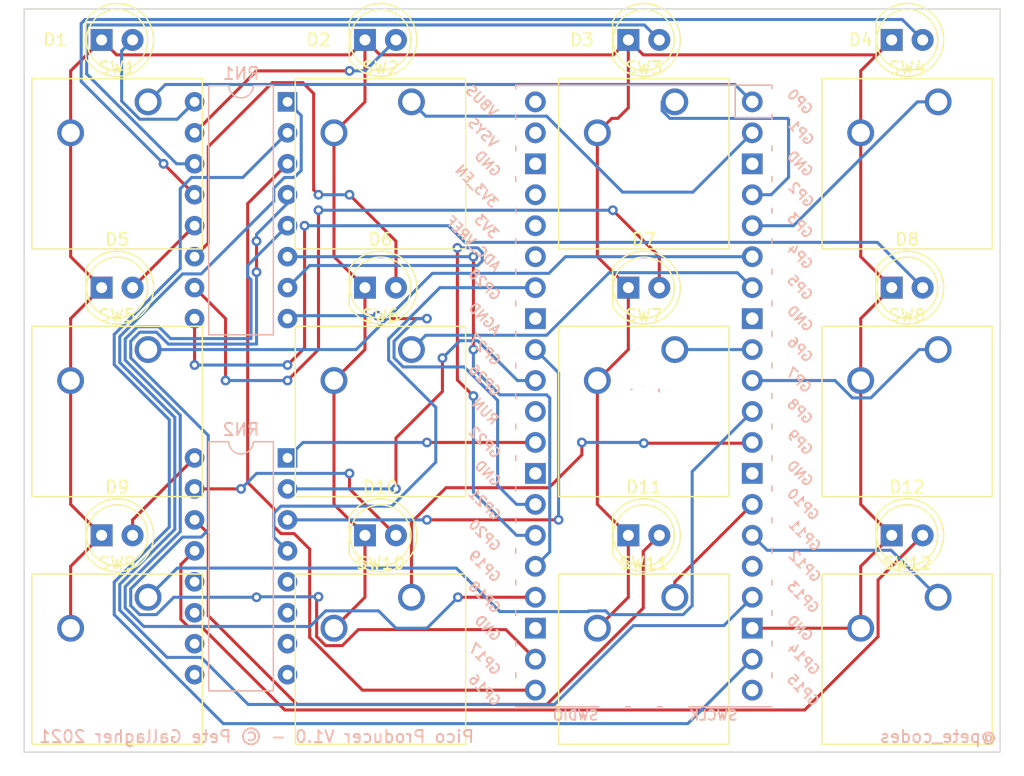
<source format=kicad_pcb>
(kicad_pcb (version 20171130) (host pcbnew "(5.1.9)-1")

  (general
    (thickness 1.6)
    (drawings 6)
    (tracks 366)
    (zones 0)
    (modules 27)
    (nets 61)
  )

  (page A4)
  (layers
    (0 F.Cu signal)
    (31 B.Cu signal)
    (32 B.Adhes user hide)
    (33 F.Adhes user hide)
    (34 B.Paste user hide)
    (35 F.Paste user hide)
    (36 B.SilkS user hide)
    (37 F.SilkS user)
    (38 B.Mask user hide)
    (39 F.Mask user hide)
    (40 Dwgs.User user hide)
    (41 Cmts.User user hide)
    (42 Eco1.User user hide)
    (43 Eco2.User user hide)
    (44 Edge.Cuts user hide)
    (45 Margin user hide)
    (46 B.CrtYd user hide)
    (47 F.CrtYd user hide)
    (48 B.Fab user hide)
    (49 F.Fab user hide)
  )

  (setup
    (last_trace_width 0.25)
    (trace_clearance 0.2)
    (zone_clearance 0.508)
    (zone_45_only no)
    (trace_min 0.000152)
    (via_size 0.8)
    (via_drill 0.4)
    (via_min_size 0.000508)
    (via_min_drill 0.000254)
    (uvia_size 0.3)
    (uvia_drill 0.1)
    (uvias_allowed no)
    (uvia_min_size 0.2)
    (uvia_min_drill 0.1)
    (edge_width 0.05)
    (segment_width 0.2)
    (pcb_text_width 0.3)
    (pcb_text_size 1.5 1.5)
    (mod_edge_width 0.12)
    (mod_text_size 1 1)
    (mod_text_width 0.15)
    (pad_size 1.524 1.524)
    (pad_drill 0.762)
    (pad_to_mask_clearance 0.000051)
    (solder_mask_min_width 0.000102)
    (aux_axis_origin 0 0)
    (visible_elements 7FFFFFFF)
    (pcbplotparams
      (layerselection 0x010fc_ffffffff)
      (usegerberextensions false)
      (usegerberattributes true)
      (usegerberadvancedattributes true)
      (creategerberjobfile true)
      (excludeedgelayer true)
      (linewidth 0.100000)
      (plotframeref false)
      (viasonmask false)
      (mode 1)
      (useauxorigin false)
      (hpglpennumber 1)
      (hpglpenspeed 20)
      (hpglpendiameter 15.000000)
      (psnegative false)
      (psa4output false)
      (plotreference true)
      (plotvalue true)
      (plotinvisibletext false)
      (padsonsilk false)
      (subtractmaskfromsilk false)
      (outputformat 1)
      (mirror false)
      (drillshape 1)
      (scaleselection 1)
      (outputdirectory ""))
  )

  (net 0 "")
  (net 1 "Net-(D1-Pad2)")
  (net 2 GND)
  (net 3 "Net-(D2-Pad2)")
  (net 4 "Net-(D3-Pad2)")
  (net 5 "Net-(D4-Pad2)")
  (net 6 "Net-(D5-Pad2)")
  (net 7 "Net-(D6-Pad2)")
  (net 8 "Net-(D7-Pad2)")
  (net 9 "Net-(D8-Pad2)")
  (net 10 "Net-(D9-Pad2)")
  (net 11 "Net-(D10-Pad2)")
  (net 12 "Net-(D11-Pad2)")
  (net 13 "Net-(RN1-Pad8)")
  (net 14 "Net-(RN1-Pad7)")
  (net 15 "Net-(RN1-Pad6)")
  (net 16 "Net-(RN1-Pad5)")
  (net 17 "Net-(RN1-Pad4)")
  (net 18 "Net-(RN1-Pad3)")
  (net 19 "Net-(RN1-Pad2)")
  (net 20 "Net-(RN1-Pad1)")
  (net 21 "Net-(RN2-Pad8)")
  (net 22 "Net-(RN2-Pad7)")
  (net 23 "Net-(RN2-Pad6)")
  (net 24 "Net-(RN2-Pad5)")
  (net 25 "Net-(RN2-Pad12)")
  (net 26 "Net-(RN2-Pad4)")
  (net 27 "Net-(RN2-Pad11)")
  (net 28 "Net-(RN2-Pad3)")
  (net 29 "Net-(RN2-Pad10)")
  (net 30 "Net-(RN2-Pad2)")
  (net 31 "Net-(RN2-Pad9)")
  (net 32 "Net-(RN2-Pad1)")
  (net 33 "Net-(SW1-Pad1)")
  (net 34 "Net-(SW2-Pad1)")
  (net 35 "Net-(SW3-Pad1)")
  (net 36 "Net-(SW4-Pad1)")
  (net 37 "Net-(SW5-Pad1)")
  (net 38 "Net-(SW6-Pad1)")
  (net 39 "Net-(SW7-Pad1)")
  (net 40 "Net-(SW8-Pad1)")
  (net 41 "Net-(SW9-Pad1)")
  (net 42 "Net-(SW10-Pad1)")
  (net 43 "Net-(SW11-Pad1)")
  (net 44 "Net-(SW12-Pad1)")
  (net 45 "Net-(U$1-Pad23)")
  (net 46 "Net-(U$1-Pad28)")
  (net 47 "Net-(U$1-Pad30)")
  (net 48 "Net-(U$1-Pad33)")
  (net 49 "Net-(U$1-Pad35)")
  (net 50 "Net-(U$1-Pad36)")
  (net 51 "Net-(U$1-Pad37)")
  (net 52 "Net-(U$1-Pad38)")
  (net 53 "Net-(U$1-Pad39)")
  (net 54 "Net-(U$1-Pad40)")
  (net 55 "Net-(U$1-Pad20)")
  (net 56 "Net-(U$1-Pad16)")
  (net 57 "Net-(U$1-Pad13)")
  (net 58 "Net-(U$1-Pad8)")
  (net 59 "Net-(U$1-Pad3)")
  (net 60 "Net-(D12-Pad2)")

  (net_class Default "This is the default net class."
    (clearance 0.2)
    (trace_width 0.25)
    (via_dia 0.8)
    (via_drill 0.4)
    (uvia_dia 0.3)
    (uvia_drill 0.1)
    (add_net GND)
    (add_net "Net-(D1-Pad2)")
    (add_net "Net-(D10-Pad2)")
    (add_net "Net-(D11-Pad2)")
    (add_net "Net-(D12-Pad2)")
    (add_net "Net-(D2-Pad2)")
    (add_net "Net-(D3-Pad2)")
    (add_net "Net-(D4-Pad2)")
    (add_net "Net-(D5-Pad2)")
    (add_net "Net-(D6-Pad2)")
    (add_net "Net-(D7-Pad2)")
    (add_net "Net-(D8-Pad2)")
    (add_net "Net-(D9-Pad2)")
    (add_net "Net-(RN1-Pad1)")
    (add_net "Net-(RN1-Pad2)")
    (add_net "Net-(RN1-Pad3)")
    (add_net "Net-(RN1-Pad4)")
    (add_net "Net-(RN1-Pad5)")
    (add_net "Net-(RN1-Pad6)")
    (add_net "Net-(RN1-Pad7)")
    (add_net "Net-(RN1-Pad8)")
    (add_net "Net-(RN2-Pad1)")
    (add_net "Net-(RN2-Pad10)")
    (add_net "Net-(RN2-Pad11)")
    (add_net "Net-(RN2-Pad12)")
    (add_net "Net-(RN2-Pad2)")
    (add_net "Net-(RN2-Pad3)")
    (add_net "Net-(RN2-Pad4)")
    (add_net "Net-(RN2-Pad5)")
    (add_net "Net-(RN2-Pad6)")
    (add_net "Net-(RN2-Pad7)")
    (add_net "Net-(RN2-Pad8)")
    (add_net "Net-(RN2-Pad9)")
    (add_net "Net-(SW1-Pad1)")
    (add_net "Net-(SW10-Pad1)")
    (add_net "Net-(SW11-Pad1)")
    (add_net "Net-(SW12-Pad1)")
    (add_net "Net-(SW2-Pad1)")
    (add_net "Net-(SW3-Pad1)")
    (add_net "Net-(SW4-Pad1)")
    (add_net "Net-(SW5-Pad1)")
    (add_net "Net-(SW6-Pad1)")
    (add_net "Net-(SW7-Pad1)")
    (add_net "Net-(SW8-Pad1)")
    (add_net "Net-(SW9-Pad1)")
    (add_net "Net-(U$1-Pad13)")
    (add_net "Net-(U$1-Pad16)")
    (add_net "Net-(U$1-Pad20)")
    (add_net "Net-(U$1-Pad23)")
    (add_net "Net-(U$1-Pad28)")
    (add_net "Net-(U$1-Pad3)")
    (add_net "Net-(U$1-Pad30)")
    (add_net "Net-(U$1-Pad33)")
    (add_net "Net-(U$1-Pad35)")
    (add_net "Net-(U$1-Pad36)")
    (add_net "Net-(U$1-Pad37)")
    (add_net "Net-(U$1-Pad38)")
    (add_net "Net-(U$1-Pad39)")
    (add_net "Net-(U$1-Pad40)")
    (add_net "Net-(U$1-Pad8)")
  )

  (module LED_THT:LED_D5.0mm (layer F.Cu) (tedit 5995936A) (tstamp 6032A028)
    (at 30.48 25.4)
    (descr "LED, diameter 5.0mm, 2 pins, http://cdn-reichelt.de/documents/datenblatt/A500/LL-504BC2E-009.pdf")
    (tags "LED diameter 5.0mm 2 pins")
    (path /606878CE)
    (fp_text reference D1 (at -3.81 0) (layer F.SilkS)
      (effects (font (size 1 1) (thickness 0.15)))
    )
    (fp_text value LED (at 1.27 3.96) (layer F.Fab)
      (effects (font (size 1 1) (thickness 0.15)))
    )
    (fp_line (start 4.5 -3.25) (end -1.95 -3.25) (layer F.CrtYd) (width 0.05))
    (fp_line (start 4.5 3.25) (end 4.5 -3.25) (layer F.CrtYd) (width 0.05))
    (fp_line (start -1.95 3.25) (end 4.5 3.25) (layer F.CrtYd) (width 0.05))
    (fp_line (start -1.95 -3.25) (end -1.95 3.25) (layer F.CrtYd) (width 0.05))
    (fp_line (start -1.29 -1.545) (end -1.29 1.545) (layer F.SilkS) (width 0.12))
    (fp_line (start -1.23 -1.469694) (end -1.23 1.469694) (layer F.Fab) (width 0.1))
    (fp_circle (center 1.27 0) (end 3.77 0) (layer F.SilkS) (width 0.12))
    (fp_circle (center 1.27 0) (end 3.77 0) (layer F.Fab) (width 0.1))
    (fp_text user %R (at 1.25 0) (layer F.Fab)
      (effects (font (size 0.8 0.8) (thickness 0.2)))
    )
    (fp_arc (start 1.27 0) (end -1.29 1.54483) (angle -148.9) (layer F.SilkS) (width 0.12))
    (fp_arc (start 1.27 0) (end -1.29 -1.54483) (angle 148.9) (layer F.SilkS) (width 0.12))
    (fp_arc (start 1.27 0) (end -1.23 -1.469694) (angle 299.1) (layer F.Fab) (width 0.1))
    (pad 2 thru_hole circle (at 2.54 0) (size 1.8 1.8) (drill 0.9) (layers *.Cu *.Mask)
      (net 1 "Net-(D1-Pad2)"))
    (pad 1 thru_hole rect (at 0 0) (size 1.8 1.8) (drill 0.9) (layers *.Cu *.Mask)
      (net 2 GND))
    (model ${KISYS3DMOD}/LED_THT.3dshapes/LED_D5.0mm.wrl
      (at (xyz 0 0 0))
      (scale (xyz 1 1 1))
      (rotate (xyz 0 0 0))
    )
  )

  (module LED_THT:LED_D5.0mm (layer F.Cu) (tedit 5995936A) (tstamp 6032A03A)
    (at 52.07 25.4)
    (descr "LED, diameter 5.0mm, 2 pins, http://cdn-reichelt.de/documents/datenblatt/A500/LL-504BC2E-009.pdf")
    (tags "LED diameter 5.0mm 2 pins")
    (path /6076568A)
    (fp_text reference D2 (at -3.81 0) (layer F.SilkS)
      (effects (font (size 1 1) (thickness 0.15)))
    )
    (fp_text value LED (at 1.27 3.96) (layer F.Fab)
      (effects (font (size 1 1) (thickness 0.15)))
    )
    (fp_line (start 4.5 -3.25) (end -1.95 -3.25) (layer F.CrtYd) (width 0.05))
    (fp_line (start 4.5 3.25) (end 4.5 -3.25) (layer F.CrtYd) (width 0.05))
    (fp_line (start -1.95 3.25) (end 4.5 3.25) (layer F.CrtYd) (width 0.05))
    (fp_line (start -1.95 -3.25) (end -1.95 3.25) (layer F.CrtYd) (width 0.05))
    (fp_line (start -1.29 -1.545) (end -1.29 1.545) (layer F.SilkS) (width 0.12))
    (fp_line (start -1.23 -1.469694) (end -1.23 1.469694) (layer F.Fab) (width 0.1))
    (fp_circle (center 1.27 0) (end 3.77 0) (layer F.SilkS) (width 0.12))
    (fp_circle (center 1.27 0) (end 3.77 0) (layer F.Fab) (width 0.1))
    (fp_text user %R (at 1.25 0) (layer F.Fab)
      (effects (font (size 0.8 0.8) (thickness 0.2)))
    )
    (fp_arc (start 1.27 0) (end -1.29 1.54483) (angle -148.9) (layer F.SilkS) (width 0.12))
    (fp_arc (start 1.27 0) (end -1.29 -1.54483) (angle 148.9) (layer F.SilkS) (width 0.12))
    (fp_arc (start 1.27 0) (end -1.23 -1.469694) (angle 299.1) (layer F.Fab) (width 0.1))
    (pad 2 thru_hole circle (at 2.54 0) (size 1.8 1.8) (drill 0.9) (layers *.Cu *.Mask)
      (net 3 "Net-(D2-Pad2)"))
    (pad 1 thru_hole rect (at 0 0) (size 1.8 1.8) (drill 0.9) (layers *.Cu *.Mask)
      (net 2 GND))
    (model ${KISYS3DMOD}/LED_THT.3dshapes/LED_D5.0mm.wrl
      (at (xyz 0 0 0))
      (scale (xyz 1 1 1))
      (rotate (xyz 0 0 0))
    )
  )

  (module LED_THT:LED_D5.0mm (layer F.Cu) (tedit 5995936A) (tstamp 6032A04C)
    (at 73.66 25.4)
    (descr "LED, diameter 5.0mm, 2 pins, http://cdn-reichelt.de/documents/datenblatt/A500/LL-504BC2E-009.pdf")
    (tags "LED diameter 5.0mm 2 pins")
    (path /6076CA44)
    (fp_text reference D3 (at -3.81 0) (layer F.SilkS)
      (effects (font (size 1 1) (thickness 0.15)))
    )
    (fp_text value LED (at 1.27 3.96) (layer F.Fab)
      (effects (font (size 1 1) (thickness 0.15)))
    )
    (fp_line (start 4.5 -3.25) (end -1.95 -3.25) (layer F.CrtYd) (width 0.05))
    (fp_line (start 4.5 3.25) (end 4.5 -3.25) (layer F.CrtYd) (width 0.05))
    (fp_line (start -1.95 3.25) (end 4.5 3.25) (layer F.CrtYd) (width 0.05))
    (fp_line (start -1.95 -3.25) (end -1.95 3.25) (layer F.CrtYd) (width 0.05))
    (fp_line (start -1.29 -1.545) (end -1.29 1.545) (layer F.SilkS) (width 0.12))
    (fp_line (start -1.23 -1.469694) (end -1.23 1.469694) (layer F.Fab) (width 0.1))
    (fp_circle (center 1.27 0) (end 3.77 0) (layer F.SilkS) (width 0.12))
    (fp_circle (center 1.27 0) (end 3.77 0) (layer F.Fab) (width 0.1))
    (fp_text user %R (at 1.25 0) (layer F.Fab)
      (effects (font (size 0.8 0.8) (thickness 0.2)))
    )
    (fp_arc (start 1.27 0) (end -1.29 1.54483) (angle -148.9) (layer F.SilkS) (width 0.12))
    (fp_arc (start 1.27 0) (end -1.29 -1.54483) (angle 148.9) (layer F.SilkS) (width 0.12))
    (fp_arc (start 1.27 0) (end -1.23 -1.469694) (angle 299.1) (layer F.Fab) (width 0.1))
    (pad 2 thru_hole circle (at 2.54 0) (size 1.8 1.8) (drill 0.9) (layers *.Cu *.Mask)
      (net 4 "Net-(D3-Pad2)"))
    (pad 1 thru_hole rect (at 0 0) (size 1.8 1.8) (drill 0.9) (layers *.Cu *.Mask)
      (net 2 GND))
    (model ${KISYS3DMOD}/LED_THT.3dshapes/LED_D5.0mm.wrl
      (at (xyz 0 0 0))
      (scale (xyz 1 1 1))
      (rotate (xyz 0 0 0))
    )
  )

  (module LED_THT:LED_D5.0mm (layer F.Cu) (tedit 5995936A) (tstamp 6032A05E)
    (at 95.25 25.4)
    (descr "LED, diameter 5.0mm, 2 pins, http://cdn-reichelt.de/documents/datenblatt/A500/LL-504BC2E-009.pdf")
    (tags "LED diameter 5.0mm 2 pins")
    (path /60773CEB)
    (fp_text reference D4 (at -2.54 0) (layer F.SilkS)
      (effects (font (size 1 1) (thickness 0.15)))
    )
    (fp_text value LED (at 1.27 3.96) (layer F.Fab)
      (effects (font (size 1 1) (thickness 0.15)))
    )
    (fp_line (start 4.5 -3.25) (end -1.95 -3.25) (layer F.CrtYd) (width 0.05))
    (fp_line (start 4.5 3.25) (end 4.5 -3.25) (layer F.CrtYd) (width 0.05))
    (fp_line (start -1.95 3.25) (end 4.5 3.25) (layer F.CrtYd) (width 0.05))
    (fp_line (start -1.95 -3.25) (end -1.95 3.25) (layer F.CrtYd) (width 0.05))
    (fp_line (start -1.29 -1.545) (end -1.29 1.545) (layer F.SilkS) (width 0.12))
    (fp_line (start -1.23 -1.469694) (end -1.23 1.469694) (layer F.Fab) (width 0.1))
    (fp_circle (center 1.27 0) (end 3.77 0) (layer F.SilkS) (width 0.12))
    (fp_circle (center 1.27 0) (end 3.77 0) (layer F.Fab) (width 0.1))
    (fp_text user %R (at 1.25 0) (layer F.Fab)
      (effects (font (size 0.8 0.8) (thickness 0.2)))
    )
    (fp_arc (start 1.27 0) (end -1.29 1.54483) (angle -148.9) (layer F.SilkS) (width 0.12))
    (fp_arc (start 1.27 0) (end -1.29 -1.54483) (angle 148.9) (layer F.SilkS) (width 0.12))
    (fp_arc (start 1.27 0) (end -1.23 -1.469694) (angle 299.1) (layer F.Fab) (width 0.1))
    (pad 2 thru_hole circle (at 2.54 0) (size 1.8 1.8) (drill 0.9) (layers *.Cu *.Mask)
      (net 5 "Net-(D4-Pad2)"))
    (pad 1 thru_hole rect (at 0 0) (size 1.8 1.8) (drill 0.9) (layers *.Cu *.Mask)
      (net 2 GND))
    (model ${KISYS3DMOD}/LED_THT.3dshapes/LED_D5.0mm.wrl
      (at (xyz 0 0 0))
      (scale (xyz 1 1 1))
      (rotate (xyz 0 0 0))
    )
  )

  (module LED_THT:LED_D5.0mm (layer F.Cu) (tedit 5995936A) (tstamp 6032A070)
    (at 30.48 45.72)
    (descr "LED, diameter 5.0mm, 2 pins, http://cdn-reichelt.de/documents/datenblatt/A500/LL-504BC2E-009.pdf")
    (tags "LED diameter 5.0mm 2 pins")
    (path /6077B053)
    (fp_text reference D5 (at 1.27 -3.96) (layer F.SilkS)
      (effects (font (size 1 1) (thickness 0.15)))
    )
    (fp_text value LED (at 1.27 3.96) (layer F.Fab)
      (effects (font (size 1 1) (thickness 0.15)))
    )
    (fp_line (start 4.5 -3.25) (end -1.95 -3.25) (layer F.CrtYd) (width 0.05))
    (fp_line (start 4.5 3.25) (end 4.5 -3.25) (layer F.CrtYd) (width 0.05))
    (fp_line (start -1.95 3.25) (end 4.5 3.25) (layer F.CrtYd) (width 0.05))
    (fp_line (start -1.95 -3.25) (end -1.95 3.25) (layer F.CrtYd) (width 0.05))
    (fp_line (start -1.29 -1.545) (end -1.29 1.545) (layer F.SilkS) (width 0.12))
    (fp_line (start -1.23 -1.469694) (end -1.23 1.469694) (layer F.Fab) (width 0.1))
    (fp_circle (center 1.27 0) (end 3.77 0) (layer F.SilkS) (width 0.12))
    (fp_circle (center 1.27 0) (end 3.77 0) (layer F.Fab) (width 0.1))
    (fp_text user %R (at 1.25 0) (layer F.Fab)
      (effects (font (size 0.8 0.8) (thickness 0.2)))
    )
    (fp_arc (start 1.27 0) (end -1.29 1.54483) (angle -148.9) (layer F.SilkS) (width 0.12))
    (fp_arc (start 1.27 0) (end -1.29 -1.54483) (angle 148.9) (layer F.SilkS) (width 0.12))
    (fp_arc (start 1.27 0) (end -1.23 -1.469694) (angle 299.1) (layer F.Fab) (width 0.1))
    (pad 2 thru_hole circle (at 2.54 0) (size 1.8 1.8) (drill 0.9) (layers *.Cu *.Mask)
      (net 6 "Net-(D5-Pad2)"))
    (pad 1 thru_hole rect (at 0 0) (size 1.8 1.8) (drill 0.9) (layers *.Cu *.Mask)
      (net 2 GND))
    (model ${KISYS3DMOD}/LED_THT.3dshapes/LED_D5.0mm.wrl
      (at (xyz 0 0 0))
      (scale (xyz 1 1 1))
      (rotate (xyz 0 0 0))
    )
  )

  (module LED_THT:LED_D5.0mm (layer F.Cu) (tedit 5995936A) (tstamp 6032A082)
    (at 52.07 45.72)
    (descr "LED, diameter 5.0mm, 2 pins, http://cdn-reichelt.de/documents/datenblatt/A500/LL-504BC2E-009.pdf")
    (tags "LED diameter 5.0mm 2 pins")
    (path /607823AD)
    (fp_text reference D6 (at 1.27 -3.96) (layer F.SilkS)
      (effects (font (size 1 1) (thickness 0.15)))
    )
    (fp_text value LED (at 1.27 3.96) (layer F.Fab)
      (effects (font (size 1 1) (thickness 0.15)))
    )
    (fp_line (start 4.5 -3.25) (end -1.95 -3.25) (layer F.CrtYd) (width 0.05))
    (fp_line (start 4.5 3.25) (end 4.5 -3.25) (layer F.CrtYd) (width 0.05))
    (fp_line (start -1.95 3.25) (end 4.5 3.25) (layer F.CrtYd) (width 0.05))
    (fp_line (start -1.95 -3.25) (end -1.95 3.25) (layer F.CrtYd) (width 0.05))
    (fp_line (start -1.29 -1.545) (end -1.29 1.545) (layer F.SilkS) (width 0.12))
    (fp_line (start -1.23 -1.469694) (end -1.23 1.469694) (layer F.Fab) (width 0.1))
    (fp_circle (center 1.27 0) (end 3.77 0) (layer F.SilkS) (width 0.12))
    (fp_circle (center 1.27 0) (end 3.77 0) (layer F.Fab) (width 0.1))
    (fp_text user %R (at 1.25 0) (layer F.Fab)
      (effects (font (size 0.8 0.8) (thickness 0.2)))
    )
    (fp_arc (start 1.27 0) (end -1.29 1.54483) (angle -148.9) (layer F.SilkS) (width 0.12))
    (fp_arc (start 1.27 0) (end -1.29 -1.54483) (angle 148.9) (layer F.SilkS) (width 0.12))
    (fp_arc (start 1.27 0) (end -1.23 -1.469694) (angle 299.1) (layer F.Fab) (width 0.1))
    (pad 2 thru_hole circle (at 2.54 0) (size 1.8 1.8) (drill 0.9) (layers *.Cu *.Mask)
      (net 7 "Net-(D6-Pad2)"))
    (pad 1 thru_hole rect (at 0 0) (size 1.8 1.8) (drill 0.9) (layers *.Cu *.Mask)
      (net 2 GND))
    (model ${KISYS3DMOD}/LED_THT.3dshapes/LED_D5.0mm.wrl
      (at (xyz 0 0 0))
      (scale (xyz 1 1 1))
      (rotate (xyz 0 0 0))
    )
  )

  (module LED_THT:LED_D5.0mm (layer F.Cu) (tedit 5995936A) (tstamp 6032A094)
    (at 73.66 45.72)
    (descr "LED, diameter 5.0mm, 2 pins, http://cdn-reichelt.de/documents/datenblatt/A500/LL-504BC2E-009.pdf")
    (tags "LED diameter 5.0mm 2 pins")
    (path /607897C8)
    (fp_text reference D7 (at 1.27 -3.96) (layer F.SilkS)
      (effects (font (size 1 1) (thickness 0.15)))
    )
    (fp_text value LED (at 1.27 3.96) (layer F.Fab)
      (effects (font (size 1 1) (thickness 0.15)))
    )
    (fp_line (start 4.5 -3.25) (end -1.95 -3.25) (layer F.CrtYd) (width 0.05))
    (fp_line (start 4.5 3.25) (end 4.5 -3.25) (layer F.CrtYd) (width 0.05))
    (fp_line (start -1.95 3.25) (end 4.5 3.25) (layer F.CrtYd) (width 0.05))
    (fp_line (start -1.95 -3.25) (end -1.95 3.25) (layer F.CrtYd) (width 0.05))
    (fp_line (start -1.29 -1.545) (end -1.29 1.545) (layer F.SilkS) (width 0.12))
    (fp_line (start -1.23 -1.469694) (end -1.23 1.469694) (layer F.Fab) (width 0.1))
    (fp_circle (center 1.27 0) (end 3.77 0) (layer F.SilkS) (width 0.12))
    (fp_circle (center 1.27 0) (end 3.77 0) (layer F.Fab) (width 0.1))
    (fp_text user %R (at 1.25 0) (layer F.Fab)
      (effects (font (size 0.8 0.8) (thickness 0.2)))
    )
    (fp_arc (start 1.27 0) (end -1.29 1.54483) (angle -148.9) (layer F.SilkS) (width 0.12))
    (fp_arc (start 1.27 0) (end -1.29 -1.54483) (angle 148.9) (layer F.SilkS) (width 0.12))
    (fp_arc (start 1.27 0) (end -1.23 -1.469694) (angle 299.1) (layer F.Fab) (width 0.1))
    (pad 2 thru_hole circle (at 2.54 0) (size 1.8 1.8) (drill 0.9) (layers *.Cu *.Mask)
      (net 8 "Net-(D7-Pad2)"))
    (pad 1 thru_hole rect (at 0 0) (size 1.8 1.8) (drill 0.9) (layers *.Cu *.Mask)
      (net 2 GND))
    (model ${KISYS3DMOD}/LED_THT.3dshapes/LED_D5.0mm.wrl
      (at (xyz 0 0 0))
      (scale (xyz 1 1 1))
      (rotate (xyz 0 0 0))
    )
  )

  (module LED_THT:LED_D5.0mm (layer F.Cu) (tedit 5995936A) (tstamp 6032A0A6)
    (at 95.25 45.72)
    (descr "LED, diameter 5.0mm, 2 pins, http://cdn-reichelt.de/documents/datenblatt/A500/LL-504BC2E-009.pdf")
    (tags "LED diameter 5.0mm 2 pins")
    (path /60790BB8)
    (fp_text reference D8 (at 1.27 -3.96) (layer F.SilkS)
      (effects (font (size 1 1) (thickness 0.15)))
    )
    (fp_text value LED (at 1.27 3.96) (layer F.Fab)
      (effects (font (size 1 1) (thickness 0.15)))
    )
    (fp_line (start 4.5 -3.25) (end -1.95 -3.25) (layer F.CrtYd) (width 0.05))
    (fp_line (start 4.5 3.25) (end 4.5 -3.25) (layer F.CrtYd) (width 0.05))
    (fp_line (start -1.95 3.25) (end 4.5 3.25) (layer F.CrtYd) (width 0.05))
    (fp_line (start -1.95 -3.25) (end -1.95 3.25) (layer F.CrtYd) (width 0.05))
    (fp_line (start -1.29 -1.545) (end -1.29 1.545) (layer F.SilkS) (width 0.12))
    (fp_line (start -1.23 -1.469694) (end -1.23 1.469694) (layer F.Fab) (width 0.1))
    (fp_circle (center 1.27 0) (end 3.77 0) (layer F.SilkS) (width 0.12))
    (fp_circle (center 1.27 0) (end 3.77 0) (layer F.Fab) (width 0.1))
    (fp_text user %R (at 1.25 0) (layer F.Fab)
      (effects (font (size 0.8 0.8) (thickness 0.2)))
    )
    (fp_arc (start 1.27 0) (end -1.29 1.54483) (angle -148.9) (layer F.SilkS) (width 0.12))
    (fp_arc (start 1.27 0) (end -1.29 -1.54483) (angle 148.9) (layer F.SilkS) (width 0.12))
    (fp_arc (start 1.27 0) (end -1.23 -1.469694) (angle 299.1) (layer F.Fab) (width 0.1))
    (pad 2 thru_hole circle (at 2.54 0) (size 1.8 1.8) (drill 0.9) (layers *.Cu *.Mask)
      (net 9 "Net-(D8-Pad2)"))
    (pad 1 thru_hole rect (at 0 0) (size 1.8 1.8) (drill 0.9) (layers *.Cu *.Mask)
      (net 2 GND))
    (model ${KISYS3DMOD}/LED_THT.3dshapes/LED_D5.0mm.wrl
      (at (xyz 0 0 0))
      (scale (xyz 1 1 1))
      (rotate (xyz 0 0 0))
    )
  )

  (module LED_THT:LED_D5.0mm (layer F.Cu) (tedit 5995936A) (tstamp 6032A0B8)
    (at 30.48 66.04)
    (descr "LED, diameter 5.0mm, 2 pins, http://cdn-reichelt.de/documents/datenblatt/A500/LL-504BC2E-009.pdf")
    (tags "LED diameter 5.0mm 2 pins")
    (path /60797FC0)
    (fp_text reference D9 (at 1.27 -3.96) (layer F.SilkS)
      (effects (font (size 1 1) (thickness 0.15)))
    )
    (fp_text value LED (at 1.27 3.96) (layer F.Fab)
      (effects (font (size 1 1) (thickness 0.15)))
    )
    (fp_circle (center 1.27 0) (end 3.77 0) (layer F.Fab) (width 0.1))
    (fp_circle (center 1.27 0) (end 3.77 0) (layer F.SilkS) (width 0.12))
    (fp_line (start -1.23 -1.469694) (end -1.23 1.469694) (layer F.Fab) (width 0.1))
    (fp_line (start -1.29 -1.545) (end -1.29 1.545) (layer F.SilkS) (width 0.12))
    (fp_line (start -1.95 -3.25) (end -1.95 3.25) (layer F.CrtYd) (width 0.05))
    (fp_line (start -1.95 3.25) (end 4.5 3.25) (layer F.CrtYd) (width 0.05))
    (fp_line (start 4.5 3.25) (end 4.5 -3.25) (layer F.CrtYd) (width 0.05))
    (fp_line (start 4.5 -3.25) (end -1.95 -3.25) (layer F.CrtYd) (width 0.05))
    (fp_arc (start 1.27 0) (end -1.23 -1.469694) (angle 299.1) (layer F.Fab) (width 0.1))
    (fp_arc (start 1.27 0) (end -1.29 -1.54483) (angle 148.9) (layer F.SilkS) (width 0.12))
    (fp_arc (start 1.27 0) (end -1.29 1.54483) (angle -148.9) (layer F.SilkS) (width 0.12))
    (fp_text user %R (at 1.25 0) (layer F.Fab)
      (effects (font (size 0.8 0.8) (thickness 0.2)))
    )
    (pad 1 thru_hole rect (at 0 0) (size 1.8 1.8) (drill 0.9) (layers *.Cu *.Mask)
      (net 2 GND))
    (pad 2 thru_hole circle (at 2.54 0) (size 1.8 1.8) (drill 0.9) (layers *.Cu *.Mask)
      (net 10 "Net-(D9-Pad2)"))
    (model ${KISYS3DMOD}/LED_THT.3dshapes/LED_D5.0mm.wrl
      (at (xyz 0 0 0))
      (scale (xyz 1 1 1))
      (rotate (xyz 0 0 0))
    )
  )

  (module LED_THT:LED_D5.0mm (layer F.Cu) (tedit 5995936A) (tstamp 6032A0CA)
    (at 52.07 66.04)
    (descr "LED, diameter 5.0mm, 2 pins, http://cdn-reichelt.de/documents/datenblatt/A500/LL-504BC2E-009.pdf")
    (tags "LED diameter 5.0mm 2 pins")
    (path /6079F498)
    (fp_text reference D10 (at 1.27 -3.96) (layer F.SilkS)
      (effects (font (size 1 1) (thickness 0.15)))
    )
    (fp_text value LED (at 1.27 3.96) (layer F.Fab)
      (effects (font (size 1 1) (thickness 0.15)))
    )
    (fp_circle (center 1.27 0) (end 3.77 0) (layer F.Fab) (width 0.1))
    (fp_circle (center 1.27 0) (end 3.77 0) (layer F.SilkS) (width 0.12))
    (fp_line (start -1.23 -1.469694) (end -1.23 1.469694) (layer F.Fab) (width 0.1))
    (fp_line (start -1.29 -1.545) (end -1.29 1.545) (layer F.SilkS) (width 0.12))
    (fp_line (start -1.95 -3.25) (end -1.95 3.25) (layer F.CrtYd) (width 0.05))
    (fp_line (start -1.95 3.25) (end 4.5 3.25) (layer F.CrtYd) (width 0.05))
    (fp_line (start 4.5 3.25) (end 4.5 -3.25) (layer F.CrtYd) (width 0.05))
    (fp_line (start 4.5 -3.25) (end -1.95 -3.25) (layer F.CrtYd) (width 0.05))
    (fp_arc (start 1.27 0) (end -1.23 -1.469694) (angle 299.1) (layer F.Fab) (width 0.1))
    (fp_arc (start 1.27 0) (end -1.29 -1.54483) (angle 148.9) (layer F.SilkS) (width 0.12))
    (fp_arc (start 1.27 0) (end -1.29 1.54483) (angle -148.9) (layer F.SilkS) (width 0.12))
    (fp_text user %R (at 1.25 0) (layer F.Fab)
      (effects (font (size 0.8 0.8) (thickness 0.2)))
    )
    (pad 1 thru_hole rect (at 0 0) (size 1.8 1.8) (drill 0.9) (layers *.Cu *.Mask)
      (net 2 GND))
    (pad 2 thru_hole circle (at 2.54 0) (size 1.8 1.8) (drill 0.9) (layers *.Cu *.Mask)
      (net 11 "Net-(D10-Pad2)"))
    (model ${KISYS3DMOD}/LED_THT.3dshapes/LED_D5.0mm.wrl
      (at (xyz 0 0 0))
      (scale (xyz 1 1 1))
      (rotate (xyz 0 0 0))
    )
  )

  (module LED_THT:LED_D5.0mm (layer F.Cu) (tedit 5995936A) (tstamp 6032A0DC)
    (at 73.66 66.04)
    (descr "LED, diameter 5.0mm, 2 pins, http://cdn-reichelt.de/documents/datenblatt/A500/LL-504BC2E-009.pdf")
    (tags "LED diameter 5.0mm 2 pins")
    (path /607A690F)
    (fp_text reference D11 (at 1.27 -3.96) (layer F.SilkS)
      (effects (font (size 1 1) (thickness 0.15)))
    )
    (fp_text value LED (at 1.27 3.96) (layer F.Fab)
      (effects (font (size 1 1) (thickness 0.15)))
    )
    (fp_circle (center 1.27 0) (end 3.77 0) (layer F.Fab) (width 0.1))
    (fp_circle (center 1.27 0) (end 3.77 0) (layer F.SilkS) (width 0.12))
    (fp_line (start -1.23 -1.469694) (end -1.23 1.469694) (layer F.Fab) (width 0.1))
    (fp_line (start -1.29 -1.545) (end -1.29 1.545) (layer F.SilkS) (width 0.12))
    (fp_line (start -1.95 -3.25) (end -1.95 3.25) (layer F.CrtYd) (width 0.05))
    (fp_line (start -1.95 3.25) (end 4.5 3.25) (layer F.CrtYd) (width 0.05))
    (fp_line (start 4.5 3.25) (end 4.5 -3.25) (layer F.CrtYd) (width 0.05))
    (fp_line (start 4.5 -3.25) (end -1.95 -3.25) (layer F.CrtYd) (width 0.05))
    (fp_arc (start 1.27 0) (end -1.23 -1.469694) (angle 299.1) (layer F.Fab) (width 0.1))
    (fp_arc (start 1.27 0) (end -1.29 -1.54483) (angle 148.9) (layer F.SilkS) (width 0.12))
    (fp_arc (start 1.27 0) (end -1.29 1.54483) (angle -148.9) (layer F.SilkS) (width 0.12))
    (fp_text user %R (at 1.25 0) (layer F.Fab)
      (effects (font (size 0.8 0.8) (thickness 0.2)))
    )
    (pad 1 thru_hole rect (at 0 0) (size 1.8 1.8) (drill 0.9) (layers *.Cu *.Mask)
      (net 2 GND))
    (pad 2 thru_hole circle (at 2.54 0) (size 1.8 1.8) (drill 0.9) (layers *.Cu *.Mask)
      (net 12 "Net-(D11-Pad2)"))
    (model ${KISYS3DMOD}/LED_THT.3dshapes/LED_D5.0mm.wrl
      (at (xyz 0 0 0))
      (scale (xyz 1 1 1))
      (rotate (xyz 0 0 0))
    )
  )

  (module LED_THT:LED_D5.0mm (layer F.Cu) (tedit 5995936A) (tstamp 6032A0EE)
    (at 95.25 66.04)
    (descr "LED, diameter 5.0mm, 2 pins, http://cdn-reichelt.de/documents/datenblatt/A500/LL-504BC2E-009.pdf")
    (tags "LED diameter 5.0mm 2 pins")
    (path /7DC8C285)
    (fp_text reference D12 (at 1.27 -3.96) (layer F.SilkS)
      (effects (font (size 1 1) (thickness 0.15)))
    )
    (fp_text value LED5MM (at 1.27 3.96) (layer F.Fab)
      (effects (font (size 1 1) (thickness 0.15)))
    )
    (fp_circle (center 1.27 0) (end 3.77 0) (layer F.Fab) (width 0.1))
    (fp_circle (center 1.27 0) (end 3.77 0) (layer F.SilkS) (width 0.12))
    (fp_line (start -1.23 -1.469694) (end -1.23 1.469694) (layer F.Fab) (width 0.1))
    (fp_line (start -1.29 -1.545) (end -1.29 1.545) (layer F.SilkS) (width 0.12))
    (fp_line (start -1.95 -3.25) (end -1.95 3.25) (layer F.CrtYd) (width 0.05))
    (fp_line (start -1.95 3.25) (end 4.5 3.25) (layer F.CrtYd) (width 0.05))
    (fp_line (start 4.5 3.25) (end 4.5 -3.25) (layer F.CrtYd) (width 0.05))
    (fp_line (start 4.5 -3.25) (end -1.95 -3.25) (layer F.CrtYd) (width 0.05))
    (fp_arc (start 1.27 0) (end -1.23 -1.469694) (angle 299.1) (layer F.Fab) (width 0.1))
    (fp_arc (start 1.27 0) (end -1.29 -1.54483) (angle 148.9) (layer F.SilkS) (width 0.12))
    (fp_arc (start 1.27 0) (end -1.29 1.54483) (angle -148.9) (layer F.SilkS) (width 0.12))
    (fp_text user %R (at 1.25 0) (layer F.Fab)
      (effects (font (size 0.8 0.8) (thickness 0.2)))
    )
    (pad 1 thru_hole rect (at 0 0) (size 1.8 1.8) (drill 0.9) (layers *.Cu *.Mask)
      (net 2 GND))
    (pad 2 thru_hole circle (at 2.54 0) (size 1.8 1.8) (drill 0.9) (layers *.Cu *.Mask)
      (net 60 "Net-(D12-Pad2)"))
    (model ${KISYS3DMOD}/LED_THT.3dshapes/LED_D5.0mm.wrl
      (at (xyz 0 0 0))
      (scale (xyz 1 1 1))
      (rotate (xyz 0 0 0))
    )
  )

  (module Package_DIP:DIP-16_W7.62mm (layer B.Cu) (tedit 5A02E8C5) (tstamp 6032A112)
    (at 45.72 30.48 180)
    (descr "16-lead though-hole mounted DIP package, row spacing 7.62 mm (300 mils)")
    (tags "THT DIP DIL PDIP 2.54mm 7.62mm 300mil")
    (path /605454E8)
    (fp_text reference RN1 (at 3.81 2.33) (layer B.SilkS)
      (effects (font (size 1 1) (thickness 0.15)) (justify mirror))
    )
    (fp_text value R_Pack08 (at 3.81 -20.11) (layer B.Fab)
      (effects (font (size 1 1) (thickness 0.15)) (justify mirror))
    )
    (fp_line (start 8.7 1.55) (end -1.1 1.55) (layer B.CrtYd) (width 0.05))
    (fp_line (start 8.7 -19.3) (end 8.7 1.55) (layer B.CrtYd) (width 0.05))
    (fp_line (start -1.1 -19.3) (end 8.7 -19.3) (layer B.CrtYd) (width 0.05))
    (fp_line (start -1.1 1.55) (end -1.1 -19.3) (layer B.CrtYd) (width 0.05))
    (fp_line (start 6.46 1.33) (end 4.81 1.33) (layer B.SilkS) (width 0.12))
    (fp_line (start 6.46 -19.11) (end 6.46 1.33) (layer B.SilkS) (width 0.12))
    (fp_line (start 1.16 -19.11) (end 6.46 -19.11) (layer B.SilkS) (width 0.12))
    (fp_line (start 1.16 1.33) (end 1.16 -19.11) (layer B.SilkS) (width 0.12))
    (fp_line (start 2.81 1.33) (end 1.16 1.33) (layer B.SilkS) (width 0.12))
    (fp_line (start 0.635 0.27) (end 1.635 1.27) (layer B.Fab) (width 0.1))
    (fp_line (start 0.635 -19.05) (end 0.635 0.27) (layer B.Fab) (width 0.1))
    (fp_line (start 6.985 -19.05) (end 0.635 -19.05) (layer B.Fab) (width 0.1))
    (fp_line (start 6.985 1.27) (end 6.985 -19.05) (layer B.Fab) (width 0.1))
    (fp_line (start 1.635 1.27) (end 6.985 1.27) (layer B.Fab) (width 0.1))
    (fp_text user %R (at 3.81 -8.89) (layer B.Fab)
      (effects (font (size 1 1) (thickness 0.15)) (justify mirror))
    )
    (fp_arc (start 3.81 1.33) (end 2.81 1.33) (angle 180) (layer B.SilkS) (width 0.12))
    (pad 16 thru_hole oval (at 7.62 0 180) (size 1.6 1.6) (drill 0.8) (layers *.Cu *.Mask)
      (net 1 "Net-(D1-Pad2)"))
    (pad 8 thru_hole oval (at 0 -17.78 180) (size 1.6 1.6) (drill 0.8) (layers *.Cu *.Mask)
      (net 13 "Net-(RN1-Pad8)"))
    (pad 15 thru_hole oval (at 7.62 -2.54 180) (size 1.6 1.6) (drill 0.8) (layers *.Cu *.Mask)
      (net 3 "Net-(D2-Pad2)"))
    (pad 7 thru_hole oval (at 0 -15.24 180) (size 1.6 1.6) (drill 0.8) (layers *.Cu *.Mask)
      (net 14 "Net-(RN1-Pad7)"))
    (pad 14 thru_hole oval (at 7.62 -5.08 180) (size 1.6 1.6) (drill 0.8) (layers *.Cu *.Mask)
      (net 4 "Net-(D3-Pad2)"))
    (pad 6 thru_hole oval (at 0 -12.7 180) (size 1.6 1.6) (drill 0.8) (layers *.Cu *.Mask)
      (net 15 "Net-(RN1-Pad6)"))
    (pad 13 thru_hole oval (at 7.62 -7.62 180) (size 1.6 1.6) (drill 0.8) (layers *.Cu *.Mask)
      (net 5 "Net-(D4-Pad2)"))
    (pad 5 thru_hole oval (at 0 -10.16 180) (size 1.6 1.6) (drill 0.8) (layers *.Cu *.Mask)
      (net 16 "Net-(RN1-Pad5)"))
    (pad 12 thru_hole oval (at 7.62 -10.16 180) (size 1.6 1.6) (drill 0.8) (layers *.Cu *.Mask)
      (net 6 "Net-(D5-Pad2)"))
    (pad 4 thru_hole oval (at 0 -7.62 180) (size 1.6 1.6) (drill 0.8) (layers *.Cu *.Mask)
      (net 17 "Net-(RN1-Pad4)"))
    (pad 11 thru_hole oval (at 7.62 -12.7 180) (size 1.6 1.6) (drill 0.8) (layers *.Cu *.Mask)
      (net 7 "Net-(D6-Pad2)"))
    (pad 3 thru_hole oval (at 0 -5.08 180) (size 1.6 1.6) (drill 0.8) (layers *.Cu *.Mask)
      (net 18 "Net-(RN1-Pad3)"))
    (pad 10 thru_hole oval (at 7.62 -15.24 180) (size 1.6 1.6) (drill 0.8) (layers *.Cu *.Mask)
      (net 8 "Net-(D7-Pad2)"))
    (pad 2 thru_hole oval (at 0 -2.54 180) (size 1.6 1.6) (drill 0.8) (layers *.Cu *.Mask)
      (net 19 "Net-(RN1-Pad2)"))
    (pad 9 thru_hole oval (at 7.62 -17.78 180) (size 1.6 1.6) (drill 0.8) (layers *.Cu *.Mask)
      (net 9 "Net-(D8-Pad2)"))
    (pad 1 thru_hole rect (at 0 0 180) (size 1.6 1.6) (drill 0.8) (layers *.Cu *.Mask)
      (net 20 "Net-(RN1-Pad1)"))
    (model ${KISYS3DMOD}/Package_DIP.3dshapes/DIP-16_W7.62mm.wrl
      (at (xyz 0 0 0))
      (scale (xyz 1 1 1))
      (rotate (xyz 0 0 0))
    )
  )

  (module Package_DIP:DIP-16_W7.62mm (layer B.Cu) (tedit 5A02E8C5) (tstamp 6032A136)
    (at 45.72 59.69 180)
    (descr "16-lead though-hole mounted DIP package, row spacing 7.62 mm (300 mils)")
    (tags "THT DIP DIL PDIP 2.54mm 7.62mm 300mil")
    (path /605A4D22)
    (fp_text reference RN2 (at 3.81 2.33) (layer B.SilkS)
      (effects (font (size 1 1) (thickness 0.15)) (justify mirror))
    )
    (fp_text value R_Pack08 (at 3.81 -20.11) (layer B.Fab)
      (effects (font (size 1 1) (thickness 0.15)) (justify mirror))
    )
    (fp_line (start 8.7 1.55) (end -1.1 1.55) (layer B.CrtYd) (width 0.05))
    (fp_line (start 8.7 -19.3) (end 8.7 1.55) (layer B.CrtYd) (width 0.05))
    (fp_line (start -1.1 -19.3) (end 8.7 -19.3) (layer B.CrtYd) (width 0.05))
    (fp_line (start -1.1 1.55) (end -1.1 -19.3) (layer B.CrtYd) (width 0.05))
    (fp_line (start 6.46 1.33) (end 4.81 1.33) (layer B.SilkS) (width 0.12))
    (fp_line (start 6.46 -19.11) (end 6.46 1.33) (layer B.SilkS) (width 0.12))
    (fp_line (start 1.16 -19.11) (end 6.46 -19.11) (layer B.SilkS) (width 0.12))
    (fp_line (start 1.16 1.33) (end 1.16 -19.11) (layer B.SilkS) (width 0.12))
    (fp_line (start 2.81 1.33) (end 1.16 1.33) (layer B.SilkS) (width 0.12))
    (fp_line (start 0.635 0.27) (end 1.635 1.27) (layer B.Fab) (width 0.1))
    (fp_line (start 0.635 -19.05) (end 0.635 0.27) (layer B.Fab) (width 0.1))
    (fp_line (start 6.985 -19.05) (end 0.635 -19.05) (layer B.Fab) (width 0.1))
    (fp_line (start 6.985 1.27) (end 6.985 -19.05) (layer B.Fab) (width 0.1))
    (fp_line (start 1.635 1.27) (end 6.985 1.27) (layer B.Fab) (width 0.1))
    (fp_text user %R (at 3.81 -8.89) (layer B.Fab)
      (effects (font (size 1 1) (thickness 0.15)) (justify mirror))
    )
    (fp_arc (start 3.81 1.33) (end 2.81 1.33) (angle 180) (layer B.SilkS) (width 0.12))
    (pad 16 thru_hole oval (at 7.62 0 180) (size 1.6 1.6) (drill 0.8) (layers *.Cu *.Mask)
      (net 10 "Net-(D9-Pad2)"))
    (pad 8 thru_hole oval (at 0 -17.78 180) (size 1.6 1.6) (drill 0.8) (layers *.Cu *.Mask)
      (net 21 "Net-(RN2-Pad8)"))
    (pad 15 thru_hole oval (at 7.62 -2.54 180) (size 1.6 1.6) (drill 0.8) (layers *.Cu *.Mask)
      (net 11 "Net-(D10-Pad2)"))
    (pad 7 thru_hole oval (at 0 -15.24 180) (size 1.6 1.6) (drill 0.8) (layers *.Cu *.Mask)
      (net 22 "Net-(RN2-Pad7)"))
    (pad 14 thru_hole oval (at 7.62 -5.08 180) (size 1.6 1.6) (drill 0.8) (layers *.Cu *.Mask)
      (net 12 "Net-(D11-Pad2)"))
    (pad 6 thru_hole oval (at 0 -12.7 180) (size 1.6 1.6) (drill 0.8) (layers *.Cu *.Mask)
      (net 23 "Net-(RN2-Pad6)"))
    (pad 13 thru_hole oval (at 7.62 -7.62 180) (size 1.6 1.6) (drill 0.8) (layers *.Cu *.Mask)
      (net 60 "Net-(D12-Pad2)"))
    (pad 5 thru_hole oval (at 0 -10.16 180) (size 1.6 1.6) (drill 0.8) (layers *.Cu *.Mask)
      (net 24 "Net-(RN2-Pad5)"))
    (pad 12 thru_hole oval (at 7.62 -10.16 180) (size 1.6 1.6) (drill 0.8) (layers *.Cu *.Mask)
      (net 25 "Net-(RN2-Pad12)"))
    (pad 4 thru_hole oval (at 0 -7.62 180) (size 1.6 1.6) (drill 0.8) (layers *.Cu *.Mask)
      (net 26 "Net-(RN2-Pad4)"))
    (pad 11 thru_hole oval (at 7.62 -12.7 180) (size 1.6 1.6) (drill 0.8) (layers *.Cu *.Mask)
      (net 27 "Net-(RN2-Pad11)"))
    (pad 3 thru_hole oval (at 0 -5.08 180) (size 1.6 1.6) (drill 0.8) (layers *.Cu *.Mask)
      (net 28 "Net-(RN2-Pad3)"))
    (pad 10 thru_hole oval (at 7.62 -15.24 180) (size 1.6 1.6) (drill 0.8) (layers *.Cu *.Mask)
      (net 29 "Net-(RN2-Pad10)"))
    (pad 2 thru_hole oval (at 0 -2.54 180) (size 1.6 1.6) (drill 0.8) (layers *.Cu *.Mask)
      (net 30 "Net-(RN2-Pad2)"))
    (pad 9 thru_hole oval (at 7.62 -17.78 180) (size 1.6 1.6) (drill 0.8) (layers *.Cu *.Mask)
      (net 31 "Net-(RN2-Pad9)"))
    (pad 1 thru_hole rect (at 0 0 180) (size 1.6 1.6) (drill 0.8) (layers *.Cu *.Mask)
      (net 32 "Net-(RN2-Pad1)"))
    (model ${KISYS3DMOD}/Package_DIP.3dshapes/DIP-16_W7.62mm.wrl
      (at (xyz 0 0 0))
      (scale (xyz 1 1 1))
      (rotate (xyz 0 0 0))
    )
  )

  (module Button_Switch_Keyboard:SW_Cherry_MX_1.00u_Plate (layer F.Cu) (tedit 5A02FE24) (tstamp 6032A14E)
    (at 34.29 30.48)
    (descr "Cherry MX keyswitch, 1.00u, plate mount, http://cherryamericas.com/wp-content/uploads/2014/12/mx_cat.pdf")
    (tags "Cherry MX keyswitch 1.00u plate")
    (path /606AF582)
    (fp_text reference SW1 (at -2.54 -2.794) (layer F.SilkS)
      (effects (font (size 1 1) (thickness 0.15)))
    )
    (fp_text value MX (at -2.54 12.954) (layer F.Fab)
      (effects (font (size 1 1) (thickness 0.15)))
    )
    (fp_line (start -9.525 12.065) (end -9.525 -1.905) (layer F.SilkS) (width 0.12))
    (fp_line (start 4.445 12.065) (end -9.525 12.065) (layer F.SilkS) (width 0.12))
    (fp_line (start 4.445 -1.905) (end 4.445 12.065) (layer F.SilkS) (width 0.12))
    (fp_line (start -9.525 -1.905) (end 4.445 -1.905) (layer F.SilkS) (width 0.12))
    (fp_line (start -12.065 14.605) (end -12.065 -4.445) (layer Dwgs.User) (width 0.15))
    (fp_line (start 6.985 14.605) (end -12.065 14.605) (layer Dwgs.User) (width 0.15))
    (fp_line (start 6.985 -4.445) (end 6.985 14.605) (layer Dwgs.User) (width 0.15))
    (fp_line (start -12.065 -4.445) (end 6.985 -4.445) (layer Dwgs.User) (width 0.15))
    (fp_line (start -9.14 -1.52) (end 4.06 -1.52) (layer F.CrtYd) (width 0.05))
    (fp_line (start 4.06 -1.52) (end 4.06 11.68) (layer F.CrtYd) (width 0.05))
    (fp_line (start 4.06 11.68) (end -9.14 11.68) (layer F.CrtYd) (width 0.05))
    (fp_line (start -9.14 11.68) (end -9.14 -1.52) (layer F.CrtYd) (width 0.05))
    (fp_line (start -8.89 11.43) (end -8.89 -1.27) (layer F.Fab) (width 0.1))
    (fp_line (start 3.81 11.43) (end -8.89 11.43) (layer F.Fab) (width 0.1))
    (fp_line (start 3.81 -1.27) (end 3.81 11.43) (layer F.Fab) (width 0.1))
    (fp_line (start -8.89 -1.27) (end 3.81 -1.27) (layer F.Fab) (width 0.1))
    (fp_text user %R (at -2.54 -2.794) (layer F.Fab)
      (effects (font (size 1 1) (thickness 0.15)))
    )
    (pad "" np_thru_hole circle (at -2.54 5.08) (size 4 4) (drill 4) (layers *.Cu *.Mask))
    (pad 2 thru_hole circle (at -6.35 2.54) (size 2.2 2.2) (drill 1.5) (layers *.Cu *.Mask)
      (net 2 GND))
    (pad 1 thru_hole circle (at 0 0) (size 2.2 2.2) (drill 1.5) (layers *.Cu *.Mask)
      (net 33 "Net-(SW1-Pad1)"))
    (model ${KISYS3DMOD}/Button_Switch_Keyboard.3dshapes/SW_Cherry_MX_1.00u_Plate.wrl
      (at (xyz 0 0 0))
      (scale (xyz 1 1 1))
      (rotate (xyz 0 0 0))
    )
    (model :CherryMX:SW_Cherry_MX_Plate.wrl
      (offset (xyz -2.5 -5 0))
      (scale (xyz 1 1 1))
      (rotate (xyz 0 0 0))
    )
  )

  (module Button_Switch_Keyboard:SW_Cherry_MX_1.00u_Plate (layer F.Cu) (tedit 5A02FE24) (tstamp 6032A166)
    (at 55.88 30.48)
    (descr "Cherry MX keyswitch, 1.00u, plate mount, http://cherryamericas.com/wp-content/uploads/2014/12/mx_cat.pdf")
    (tags "Cherry MX keyswitch 1.00u plate")
    (path /606C0DE1)
    (fp_text reference SW2 (at -2.54 -2.794) (layer F.SilkS)
      (effects (font (size 1 1) (thickness 0.15)))
    )
    (fp_text value MX (at -2.54 12.954) (layer F.Fab)
      (effects (font (size 1 1) (thickness 0.15)))
    )
    (fp_line (start -9.525 12.065) (end -9.525 -1.905) (layer F.SilkS) (width 0.12))
    (fp_line (start 4.445 12.065) (end -9.525 12.065) (layer F.SilkS) (width 0.12))
    (fp_line (start 4.445 -1.905) (end 4.445 12.065) (layer F.SilkS) (width 0.12))
    (fp_line (start -9.525 -1.905) (end 4.445 -1.905) (layer F.SilkS) (width 0.12))
    (fp_line (start -12.065 14.605) (end -12.065 -4.445) (layer Dwgs.User) (width 0.15))
    (fp_line (start 6.985 14.605) (end -12.065 14.605) (layer Dwgs.User) (width 0.15))
    (fp_line (start 6.985 -4.445) (end 6.985 14.605) (layer Dwgs.User) (width 0.15))
    (fp_line (start -12.065 -4.445) (end 6.985 -4.445) (layer Dwgs.User) (width 0.15))
    (fp_line (start -9.14 -1.52) (end 4.06 -1.52) (layer F.CrtYd) (width 0.05))
    (fp_line (start 4.06 -1.52) (end 4.06 11.68) (layer F.CrtYd) (width 0.05))
    (fp_line (start 4.06 11.68) (end -9.14 11.68) (layer F.CrtYd) (width 0.05))
    (fp_line (start -9.14 11.68) (end -9.14 -1.52) (layer F.CrtYd) (width 0.05))
    (fp_line (start -8.89 11.43) (end -8.89 -1.27) (layer F.Fab) (width 0.1))
    (fp_line (start 3.81 11.43) (end -8.89 11.43) (layer F.Fab) (width 0.1))
    (fp_line (start 3.81 -1.27) (end 3.81 11.43) (layer F.Fab) (width 0.1))
    (fp_line (start -8.89 -1.27) (end 3.81 -1.27) (layer F.Fab) (width 0.1))
    (fp_text user %R (at -2.54 -2.794) (layer F.Fab)
      (effects (font (size 1 1) (thickness 0.15)))
    )
    (pad "" np_thru_hole circle (at -2.54 5.08) (size 4 4) (drill 4) (layers *.Cu *.Mask))
    (pad 2 thru_hole circle (at -6.35 2.54) (size 2.2 2.2) (drill 1.5) (layers *.Cu *.Mask)
      (net 2 GND))
    (pad 1 thru_hole circle (at 0 0) (size 2.2 2.2) (drill 1.5) (layers *.Cu *.Mask)
      (net 34 "Net-(SW2-Pad1)"))
    (model ${KISYS3DMOD}/Button_Switch_Keyboard.3dshapes/SW_Cherry_MX_1.00u_Plate.wrl
      (at (xyz 0 0 0))
      (scale (xyz 1 1 1))
      (rotate (xyz 0 0 0))
    )
    (model :CherryMX:SW_Cherry_MX_Plate.wrl
      (offset (xyz -2.5 -5 0))
      (scale (xyz 1 1 1))
      (rotate (xyz 0 0 0))
    )
  )

  (module Button_Switch_Keyboard:SW_Cherry_MX_1.00u_Plate (layer F.Cu) (tedit 5A02FE24) (tstamp 6032A17E)
    (at 77.47 30.48)
    (descr "Cherry MX keyswitch, 1.00u, plate mount, http://cherryamericas.com/wp-content/uploads/2014/12/mx_cat.pdf")
    (tags "Cherry MX keyswitch 1.00u plate")
    (path /606C833C)
    (fp_text reference SW3 (at -2.54 -2.794) (layer F.SilkS)
      (effects (font (size 1 1) (thickness 0.15)))
    )
    (fp_text value MX (at -2.54 12.954) (layer F.Fab)
      (effects (font (size 1 1) (thickness 0.15)))
    )
    (fp_line (start -9.525 12.065) (end -9.525 -1.905) (layer F.SilkS) (width 0.12))
    (fp_line (start 4.445 12.065) (end -9.525 12.065) (layer F.SilkS) (width 0.12))
    (fp_line (start 4.445 -1.905) (end 4.445 12.065) (layer F.SilkS) (width 0.12))
    (fp_line (start -9.525 -1.905) (end 4.445 -1.905) (layer F.SilkS) (width 0.12))
    (fp_line (start -12.065 14.605) (end -12.065 -4.445) (layer Dwgs.User) (width 0.15))
    (fp_line (start 6.985 14.605) (end -12.065 14.605) (layer Dwgs.User) (width 0.15))
    (fp_line (start 6.985 -4.445) (end 6.985 14.605) (layer Dwgs.User) (width 0.15))
    (fp_line (start -12.065 -4.445) (end 6.985 -4.445) (layer Dwgs.User) (width 0.15))
    (fp_line (start -9.14 -1.52) (end 4.06 -1.52) (layer F.CrtYd) (width 0.05))
    (fp_line (start 4.06 -1.52) (end 4.06 11.68) (layer F.CrtYd) (width 0.05))
    (fp_line (start 4.06 11.68) (end -9.14 11.68) (layer F.CrtYd) (width 0.05))
    (fp_line (start -9.14 11.68) (end -9.14 -1.52) (layer F.CrtYd) (width 0.05))
    (fp_line (start -8.89 11.43) (end -8.89 -1.27) (layer F.Fab) (width 0.1))
    (fp_line (start 3.81 11.43) (end -8.89 11.43) (layer F.Fab) (width 0.1))
    (fp_line (start 3.81 -1.27) (end 3.81 11.43) (layer F.Fab) (width 0.1))
    (fp_line (start -8.89 -1.27) (end 3.81 -1.27) (layer F.Fab) (width 0.1))
    (fp_text user %R (at -2.54 -2.794) (layer F.Fab)
      (effects (font (size 1 1) (thickness 0.15)))
    )
    (pad "" np_thru_hole circle (at -2.54 5.08) (size 4 4) (drill 4) (layers *.Cu *.Mask))
    (pad 2 thru_hole circle (at -6.35 2.54) (size 2.2 2.2) (drill 1.5) (layers *.Cu *.Mask)
      (net 2 GND))
    (pad 1 thru_hole circle (at 0 0) (size 2.2 2.2) (drill 1.5) (layers *.Cu *.Mask)
      (net 35 "Net-(SW3-Pad1)"))
    (model ${KISYS3DMOD}/Button_Switch_Keyboard.3dshapes/SW_Cherry_MX_1.00u_Plate.wrl
      (at (xyz 0 0 0))
      (scale (xyz 1 1 1))
      (rotate (xyz 0 0 0))
    )
    (model :CherryMX:SW_Cherry_MX_Plate.wrl
      (offset (xyz -2.5 -5 0))
      (scale (xyz 1 1 1))
      (rotate (xyz 0 0 0))
    )
  )

  (module Button_Switch_Keyboard:SW_Cherry_MX_1.00u_Plate (layer F.Cu) (tedit 5A02FE24) (tstamp 6032A196)
    (at 99.06 30.48)
    (descr "Cherry MX keyswitch, 1.00u, plate mount, http://cherryamericas.com/wp-content/uploads/2014/12/mx_cat.pdf")
    (tags "Cherry MX keyswitch 1.00u plate")
    (path /606D09DF)
    (fp_text reference SW4 (at -2.54 -2.794) (layer F.SilkS)
      (effects (font (size 1 1) (thickness 0.15)))
    )
    (fp_text value MX (at -2.54 12.954) (layer F.Fab)
      (effects (font (size 1 1) (thickness 0.15)))
    )
    (fp_line (start -9.525 12.065) (end -9.525 -1.905) (layer F.SilkS) (width 0.12))
    (fp_line (start 4.445 12.065) (end -9.525 12.065) (layer F.SilkS) (width 0.12))
    (fp_line (start 4.445 -1.905) (end 4.445 12.065) (layer F.SilkS) (width 0.12))
    (fp_line (start -9.525 -1.905) (end 4.445 -1.905) (layer F.SilkS) (width 0.12))
    (fp_line (start -12.065 14.605) (end -12.065 -4.445) (layer Dwgs.User) (width 0.15))
    (fp_line (start 6.985 14.605) (end -12.065 14.605) (layer Dwgs.User) (width 0.15))
    (fp_line (start 6.985 -4.445) (end 6.985 14.605) (layer Dwgs.User) (width 0.15))
    (fp_line (start -12.065 -4.445) (end 6.985 -4.445) (layer Dwgs.User) (width 0.15))
    (fp_line (start -9.14 -1.52) (end 4.06 -1.52) (layer F.CrtYd) (width 0.05))
    (fp_line (start 4.06 -1.52) (end 4.06 11.68) (layer F.CrtYd) (width 0.05))
    (fp_line (start 4.06 11.68) (end -9.14 11.68) (layer F.CrtYd) (width 0.05))
    (fp_line (start -9.14 11.68) (end -9.14 -1.52) (layer F.CrtYd) (width 0.05))
    (fp_line (start -8.89 11.43) (end -8.89 -1.27) (layer F.Fab) (width 0.1))
    (fp_line (start 3.81 11.43) (end -8.89 11.43) (layer F.Fab) (width 0.1))
    (fp_line (start 3.81 -1.27) (end 3.81 11.43) (layer F.Fab) (width 0.1))
    (fp_line (start -8.89 -1.27) (end 3.81 -1.27) (layer F.Fab) (width 0.1))
    (fp_text user %R (at -2.54 -2.794) (layer F.Fab)
      (effects (font (size 1 1) (thickness 0.15)))
    )
    (pad "" np_thru_hole circle (at -2.54 5.08) (size 4 4) (drill 4) (layers *.Cu *.Mask))
    (pad 2 thru_hole circle (at -6.35 2.54) (size 2.2 2.2) (drill 1.5) (layers *.Cu *.Mask)
      (net 2 GND))
    (pad 1 thru_hole circle (at 0 0) (size 2.2 2.2) (drill 1.5) (layers *.Cu *.Mask)
      (net 36 "Net-(SW4-Pad1)"))
    (model ${KISYS3DMOD}/Button_Switch_Keyboard.3dshapes/SW_Cherry_MX_1.00u_Plate.wrl
      (at (xyz 0 0 0))
      (scale (xyz 1 1 1))
      (rotate (xyz 0 0 0))
    )
    (model :CherryMX:SW_Cherry_MX_Plate.wrl
      (offset (xyz -2.5 -5 0))
      (scale (xyz 1 1 1))
      (rotate (xyz 0 0 0))
    )
  )

  (module Button_Switch_Keyboard:SW_Cherry_MX_1.00u_Plate (layer F.Cu) (tedit 5A02FE24) (tstamp 6032A1AE)
    (at 34.29 50.8)
    (descr "Cherry MX keyswitch, 1.00u, plate mount, http://cherryamericas.com/wp-content/uploads/2014/12/mx_cat.pdf")
    (tags "Cherry MX keyswitch 1.00u plate")
    (path /606D7BB2)
    (fp_text reference SW5 (at -2.54 -2.794) (layer F.SilkS)
      (effects (font (size 1 1) (thickness 0.15)))
    )
    (fp_text value MX (at -2.54 12.954) (layer F.Fab)
      (effects (font (size 1 1) (thickness 0.15)))
    )
    (fp_line (start -9.525 12.065) (end -9.525 -1.905) (layer F.SilkS) (width 0.12))
    (fp_line (start 4.445 12.065) (end -9.525 12.065) (layer F.SilkS) (width 0.12))
    (fp_line (start 4.445 -1.905) (end 4.445 12.065) (layer F.SilkS) (width 0.12))
    (fp_line (start -9.525 -1.905) (end 4.445 -1.905) (layer F.SilkS) (width 0.12))
    (fp_line (start -12.065 14.605) (end -12.065 -4.445) (layer Dwgs.User) (width 0.15))
    (fp_line (start 6.985 14.605) (end -12.065 14.605) (layer Dwgs.User) (width 0.15))
    (fp_line (start 6.985 -4.445) (end 6.985 14.605) (layer Dwgs.User) (width 0.15))
    (fp_line (start -12.065 -4.445) (end 6.985 -4.445) (layer Dwgs.User) (width 0.15))
    (fp_line (start -9.14 -1.52) (end 4.06 -1.52) (layer F.CrtYd) (width 0.05))
    (fp_line (start 4.06 -1.52) (end 4.06 11.68) (layer F.CrtYd) (width 0.05))
    (fp_line (start 4.06 11.68) (end -9.14 11.68) (layer F.CrtYd) (width 0.05))
    (fp_line (start -9.14 11.68) (end -9.14 -1.52) (layer F.CrtYd) (width 0.05))
    (fp_line (start -8.89 11.43) (end -8.89 -1.27) (layer F.Fab) (width 0.1))
    (fp_line (start 3.81 11.43) (end -8.89 11.43) (layer F.Fab) (width 0.1))
    (fp_line (start 3.81 -1.27) (end 3.81 11.43) (layer F.Fab) (width 0.1))
    (fp_line (start -8.89 -1.27) (end 3.81 -1.27) (layer F.Fab) (width 0.1))
    (fp_text user %R (at -2.54 -2.794) (layer F.Fab)
      (effects (font (size 1 1) (thickness 0.15)))
    )
    (pad "" np_thru_hole circle (at -2.54 5.08) (size 4 4) (drill 4) (layers *.Cu *.Mask))
    (pad 2 thru_hole circle (at -6.35 2.54) (size 2.2 2.2) (drill 1.5) (layers *.Cu *.Mask)
      (net 2 GND))
    (pad 1 thru_hole circle (at 0 0) (size 2.2 2.2) (drill 1.5) (layers *.Cu *.Mask)
      (net 37 "Net-(SW5-Pad1)"))
    (model ${KISYS3DMOD}/Button_Switch_Keyboard.3dshapes/SW_Cherry_MX_1.00u_Plate.wrl
      (at (xyz 0 0 0))
      (scale (xyz 1 1 1))
      (rotate (xyz 0 0 0))
    )
    (model :CherryMX:SW_Cherry_MX_Plate.wrl
      (offset (xyz -2.5 -5 0))
      (scale (xyz 1 1 1))
      (rotate (xyz 0 0 0))
    )
  )

  (module Button_Switch_Keyboard:SW_Cherry_MX_1.00u_Plate (layer F.Cu) (tedit 5A02FE24) (tstamp 6032A1C6)
    (at 55.88 50.8)
    (descr "Cherry MX keyswitch, 1.00u, plate mount, http://cherryamericas.com/wp-content/uploads/2014/12/mx_cat.pdf")
    (tags "Cherry MX keyswitch 1.00u plate")
    (path /606DEE87)
    (fp_text reference SW6 (at -2.54 -2.794) (layer F.SilkS)
      (effects (font (size 1 1) (thickness 0.15)))
    )
    (fp_text value MX (at -2.54 12.954) (layer F.Fab)
      (effects (font (size 1 1) (thickness 0.15)))
    )
    (fp_line (start -9.525 12.065) (end -9.525 -1.905) (layer F.SilkS) (width 0.12))
    (fp_line (start 4.445 12.065) (end -9.525 12.065) (layer F.SilkS) (width 0.12))
    (fp_line (start 4.445 -1.905) (end 4.445 12.065) (layer F.SilkS) (width 0.12))
    (fp_line (start -9.525 -1.905) (end 4.445 -1.905) (layer F.SilkS) (width 0.12))
    (fp_line (start -12.065 14.605) (end -12.065 -4.445) (layer Dwgs.User) (width 0.15))
    (fp_line (start 6.985 14.605) (end -12.065 14.605) (layer Dwgs.User) (width 0.15))
    (fp_line (start 6.985 -4.445) (end 6.985 14.605) (layer Dwgs.User) (width 0.15))
    (fp_line (start -12.065 -4.445) (end 6.985 -4.445) (layer Dwgs.User) (width 0.15))
    (fp_line (start -9.14 -1.52) (end 4.06 -1.52) (layer F.CrtYd) (width 0.05))
    (fp_line (start 4.06 -1.52) (end 4.06 11.68) (layer F.CrtYd) (width 0.05))
    (fp_line (start 4.06 11.68) (end -9.14 11.68) (layer F.CrtYd) (width 0.05))
    (fp_line (start -9.14 11.68) (end -9.14 -1.52) (layer F.CrtYd) (width 0.05))
    (fp_line (start -8.89 11.43) (end -8.89 -1.27) (layer F.Fab) (width 0.1))
    (fp_line (start 3.81 11.43) (end -8.89 11.43) (layer F.Fab) (width 0.1))
    (fp_line (start 3.81 -1.27) (end 3.81 11.43) (layer F.Fab) (width 0.1))
    (fp_line (start -8.89 -1.27) (end 3.81 -1.27) (layer F.Fab) (width 0.1))
    (fp_text user %R (at -2.54 -2.794) (layer F.Fab)
      (effects (font (size 1 1) (thickness 0.15)))
    )
    (pad "" np_thru_hole circle (at -2.54 5.08) (size 4 4) (drill 4) (layers *.Cu *.Mask))
    (pad 2 thru_hole circle (at -6.35 2.54) (size 2.2 2.2) (drill 1.5) (layers *.Cu *.Mask)
      (net 2 GND))
    (pad 1 thru_hole circle (at 0 0) (size 2.2 2.2) (drill 1.5) (layers *.Cu *.Mask)
      (net 38 "Net-(SW6-Pad1)"))
    (model ${KISYS3DMOD}/Button_Switch_Keyboard.3dshapes/SW_Cherry_MX_1.00u_Plate.wrl
      (at (xyz 0 0 0))
      (scale (xyz 1 1 1))
      (rotate (xyz 0 0 0))
    )
    (model :CherryMX:SW_Cherry_MX_Plate.wrl
      (offset (xyz -2.5 -5 0))
      (scale (xyz 1 1 1))
      (rotate (xyz 0 0 0))
    )
  )

  (module Button_Switch_Keyboard:SW_Cherry_MX_1.00u_Plate (layer F.Cu) (tedit 5A02FE24) (tstamp 6032A1DE)
    (at 77.47 50.8)
    (descr "Cherry MX keyswitch, 1.00u, plate mount, http://cherryamericas.com/wp-content/uploads/2014/12/mx_cat.pdf")
    (tags "Cherry MX keyswitch 1.00u plate")
    (path /60701F7B)
    (fp_text reference SW7 (at -2.54 -2.794) (layer F.SilkS)
      (effects (font (size 1 1) (thickness 0.15)))
    )
    (fp_text value MX (at -2.54 12.954) (layer F.Fab)
      (effects (font (size 1 1) (thickness 0.15)))
    )
    (fp_line (start -8.89 -1.27) (end 3.81 -1.27) (layer F.Fab) (width 0.1))
    (fp_line (start 3.81 -1.27) (end 3.81 11.43) (layer F.Fab) (width 0.1))
    (fp_line (start 3.81 11.43) (end -8.89 11.43) (layer F.Fab) (width 0.1))
    (fp_line (start -8.89 11.43) (end -8.89 -1.27) (layer F.Fab) (width 0.1))
    (fp_line (start -9.14 11.68) (end -9.14 -1.52) (layer F.CrtYd) (width 0.05))
    (fp_line (start 4.06 11.68) (end -9.14 11.68) (layer F.CrtYd) (width 0.05))
    (fp_line (start 4.06 -1.52) (end 4.06 11.68) (layer F.CrtYd) (width 0.05))
    (fp_line (start -9.14 -1.52) (end 4.06 -1.52) (layer F.CrtYd) (width 0.05))
    (fp_line (start -12.065 -4.445) (end 6.985 -4.445) (layer Dwgs.User) (width 0.15))
    (fp_line (start 6.985 -4.445) (end 6.985 14.605) (layer Dwgs.User) (width 0.15))
    (fp_line (start 6.985 14.605) (end -12.065 14.605) (layer Dwgs.User) (width 0.15))
    (fp_line (start -12.065 14.605) (end -12.065 -4.445) (layer Dwgs.User) (width 0.15))
    (fp_line (start -9.525 -1.905) (end 4.445 -1.905) (layer F.SilkS) (width 0.12))
    (fp_line (start 4.445 -1.905) (end 4.445 12.065) (layer F.SilkS) (width 0.12))
    (fp_line (start 4.445 12.065) (end -9.525 12.065) (layer F.SilkS) (width 0.12))
    (fp_line (start -9.525 12.065) (end -9.525 -1.905) (layer F.SilkS) (width 0.12))
    (fp_text user %R (at -2.54 -2.794) (layer F.Fab)
      (effects (font (size 1 1) (thickness 0.15)))
    )
    (pad 1 thru_hole circle (at 0 0) (size 2.2 2.2) (drill 1.5) (layers *.Cu *.Mask)
      (net 39 "Net-(SW7-Pad1)"))
    (pad 2 thru_hole circle (at -6.35 2.54) (size 2.2 2.2) (drill 1.5) (layers *.Cu *.Mask)
      (net 2 GND))
    (pad "" np_thru_hole circle (at -2.54 5.08) (size 4 4) (drill 4) (layers *.Cu *.Mask))
    (model ${KISYS3DMOD}/Button_Switch_Keyboard.3dshapes/SW_Cherry_MX_1.00u_Plate.wrl
      (at (xyz 0 0 0))
      (scale (xyz 1 1 1))
      (rotate (xyz 0 0 0))
    )
    (model :CherryMX:SW_Cherry_MX_Plate.wrl
      (offset (xyz -2.5 -5 0))
      (scale (xyz 1 1 1))
      (rotate (xyz 0 0 0))
    )
  )

  (module Button_Switch_Keyboard:SW_Cherry_MX_1.00u_Plate (layer F.Cu) (tedit 5A02FE24) (tstamp 6032A1F6)
    (at 99.06 50.8)
    (descr "Cherry MX keyswitch, 1.00u, plate mount, http://cherryamericas.com/wp-content/uploads/2014/12/mx_cat.pdf")
    (tags "Cherry MX keyswitch 1.00u plate")
    (path /60708DF7)
    (fp_text reference SW8 (at -2.54 -2.794) (layer F.SilkS)
      (effects (font (size 1 1) (thickness 0.15)))
    )
    (fp_text value MX (at -2.54 12.954) (layer F.Fab)
      (effects (font (size 1 1) (thickness 0.15)))
    )
    (fp_line (start -9.525 12.065) (end -9.525 -1.905) (layer F.SilkS) (width 0.12))
    (fp_line (start 4.445 12.065) (end -9.525 12.065) (layer F.SilkS) (width 0.12))
    (fp_line (start 4.445 -1.905) (end 4.445 12.065) (layer F.SilkS) (width 0.12))
    (fp_line (start -9.525 -1.905) (end 4.445 -1.905) (layer F.SilkS) (width 0.12))
    (fp_line (start -12.065 14.605) (end -12.065 -4.445) (layer Dwgs.User) (width 0.15))
    (fp_line (start 6.985 14.605) (end -12.065 14.605) (layer Dwgs.User) (width 0.15))
    (fp_line (start 6.985 -4.445) (end 6.985 14.605) (layer Dwgs.User) (width 0.15))
    (fp_line (start -12.065 -4.445) (end 6.985 -4.445) (layer Dwgs.User) (width 0.15))
    (fp_line (start -9.14 -1.52) (end 4.06 -1.52) (layer F.CrtYd) (width 0.05))
    (fp_line (start 4.06 -1.52) (end 4.06 11.68) (layer F.CrtYd) (width 0.05))
    (fp_line (start 4.06 11.68) (end -9.14 11.68) (layer F.CrtYd) (width 0.05))
    (fp_line (start -9.14 11.68) (end -9.14 -1.52) (layer F.CrtYd) (width 0.05))
    (fp_line (start -8.89 11.43) (end -8.89 -1.27) (layer F.Fab) (width 0.1))
    (fp_line (start 3.81 11.43) (end -8.89 11.43) (layer F.Fab) (width 0.1))
    (fp_line (start 3.81 -1.27) (end 3.81 11.43) (layer F.Fab) (width 0.1))
    (fp_line (start -8.89 -1.27) (end 3.81 -1.27) (layer F.Fab) (width 0.1))
    (fp_text user %R (at -2.54 -2.794) (layer F.Fab)
      (effects (font (size 1 1) (thickness 0.15)))
    )
    (pad "" np_thru_hole circle (at -2.54 5.08) (size 4 4) (drill 4) (layers *.Cu *.Mask))
    (pad 2 thru_hole circle (at -6.35 2.54) (size 2.2 2.2) (drill 1.5) (layers *.Cu *.Mask)
      (net 2 GND))
    (pad 1 thru_hole circle (at 0 0) (size 2.2 2.2) (drill 1.5) (layers *.Cu *.Mask)
      (net 40 "Net-(SW8-Pad1)"))
    (model ${KISYS3DMOD}/Button_Switch_Keyboard.3dshapes/SW_Cherry_MX_1.00u_Plate.wrl
      (at (xyz 0 0 0))
      (scale (xyz 1 1 1))
      (rotate (xyz 0 0 0))
    )
    (model :CherryMX:SW_Cherry_MX_Plate.wrl
      (offset (xyz -2.5 -5 0))
      (scale (xyz 1 1 1))
      (rotate (xyz 0 0 0))
    )
  )

  (module Button_Switch_Keyboard:SW_Cherry_MX_1.00u_Plate (layer F.Cu) (tedit 5A02FE24) (tstamp 6032A20E)
    (at 34.29 71.12)
    (descr "Cherry MX keyswitch, 1.00u, plate mount, http://cherryamericas.com/wp-content/uploads/2014/12/mx_cat.pdf")
    (tags "Cherry MX keyswitch 1.00u plate")
    (path /6070FABB)
    (fp_text reference SW9 (at -2.54 -2.794) (layer F.SilkS)
      (effects (font (size 1 1) (thickness 0.15)))
    )
    (fp_text value MX (at -2.54 12.954) (layer F.Fab)
      (effects (font (size 1 1) (thickness 0.15)))
    )
    (fp_line (start -8.89 -1.27) (end 3.81 -1.27) (layer F.Fab) (width 0.1))
    (fp_line (start 3.81 -1.27) (end 3.81 11.43) (layer F.Fab) (width 0.1))
    (fp_line (start 3.81 11.43) (end -8.89 11.43) (layer F.Fab) (width 0.1))
    (fp_line (start -8.89 11.43) (end -8.89 -1.27) (layer F.Fab) (width 0.1))
    (fp_line (start -9.14 11.68) (end -9.14 -1.52) (layer F.CrtYd) (width 0.05))
    (fp_line (start 4.06 11.68) (end -9.14 11.68) (layer F.CrtYd) (width 0.05))
    (fp_line (start 4.06 -1.52) (end 4.06 11.68) (layer F.CrtYd) (width 0.05))
    (fp_line (start -9.14 -1.52) (end 4.06 -1.52) (layer F.CrtYd) (width 0.05))
    (fp_line (start -12.065 -4.445) (end 6.985 -4.445) (layer Dwgs.User) (width 0.15))
    (fp_line (start 6.985 -4.445) (end 6.985 14.605) (layer Dwgs.User) (width 0.15))
    (fp_line (start 6.985 14.605) (end -12.065 14.605) (layer Dwgs.User) (width 0.15))
    (fp_line (start -12.065 14.605) (end -12.065 -4.445) (layer Dwgs.User) (width 0.15))
    (fp_line (start -9.525 -1.905) (end 4.445 -1.905) (layer F.SilkS) (width 0.12))
    (fp_line (start 4.445 -1.905) (end 4.445 12.065) (layer F.SilkS) (width 0.12))
    (fp_line (start 4.445 12.065) (end -9.525 12.065) (layer F.SilkS) (width 0.12))
    (fp_line (start -9.525 12.065) (end -9.525 -1.905) (layer F.SilkS) (width 0.12))
    (fp_text user %R (at -2.54 -2.794) (layer F.Fab)
      (effects (font (size 1 1) (thickness 0.15)))
    )
    (pad 1 thru_hole circle (at 0 0) (size 2.2 2.2) (drill 1.5) (layers *.Cu *.Mask)
      (net 41 "Net-(SW9-Pad1)"))
    (pad 2 thru_hole circle (at -6.35 2.54) (size 2.2 2.2) (drill 1.5) (layers *.Cu *.Mask)
      (net 2 GND))
    (pad "" np_thru_hole circle (at -2.54 5.08) (size 4 4) (drill 4) (layers *.Cu *.Mask))
    (model ${KISYS3DMOD}/Button_Switch_Keyboard.3dshapes/SW_Cherry_MX_1.00u_Plate.wrl
      (at (xyz 0 0 0))
      (scale (xyz 1 1 1))
      (rotate (xyz 0 0 0))
    )
    (model :CherryMX:SW_Cherry_MX_Plate.wrl
      (offset (xyz -2.5 -5 0))
      (scale (xyz 1 1 1))
      (rotate (xyz 0 0 0))
    )
  )

  (module Button_Switch_Keyboard:SW_Cherry_MX_1.00u_Plate (layer F.Cu) (tedit 5A02FE24) (tstamp 6032A226)
    (at 55.88 71.12)
    (descr "Cherry MX keyswitch, 1.00u, plate mount, http://cherryamericas.com/wp-content/uploads/2014/12/mx_cat.pdf")
    (tags "Cherry MX keyswitch 1.00u plate")
    (path /60716921)
    (fp_text reference SW10 (at -2.54 -2.794) (layer F.SilkS)
      (effects (font (size 1 1) (thickness 0.15)))
    )
    (fp_text value MX (at -2.54 12.954) (layer F.Fab)
      (effects (font (size 1 1) (thickness 0.15)))
    )
    (fp_line (start -8.89 -1.27) (end 3.81 -1.27) (layer F.Fab) (width 0.1))
    (fp_line (start 3.81 -1.27) (end 3.81 11.43) (layer F.Fab) (width 0.1))
    (fp_line (start 3.81 11.43) (end -8.89 11.43) (layer F.Fab) (width 0.1))
    (fp_line (start -8.89 11.43) (end -8.89 -1.27) (layer F.Fab) (width 0.1))
    (fp_line (start -9.14 11.68) (end -9.14 -1.52) (layer F.CrtYd) (width 0.05))
    (fp_line (start 4.06 11.68) (end -9.14 11.68) (layer F.CrtYd) (width 0.05))
    (fp_line (start 4.06 -1.52) (end 4.06 11.68) (layer F.CrtYd) (width 0.05))
    (fp_line (start -9.14 -1.52) (end 4.06 -1.52) (layer F.CrtYd) (width 0.05))
    (fp_line (start -12.065 -4.445) (end 6.985 -4.445) (layer Dwgs.User) (width 0.15))
    (fp_line (start 6.985 -4.445) (end 6.985 14.605) (layer Dwgs.User) (width 0.15))
    (fp_line (start 6.985 14.605) (end -12.065 14.605) (layer Dwgs.User) (width 0.15))
    (fp_line (start -12.065 14.605) (end -12.065 -4.445) (layer Dwgs.User) (width 0.15))
    (fp_line (start -9.525 -1.905) (end 4.445 -1.905) (layer F.SilkS) (width 0.12))
    (fp_line (start 4.445 -1.905) (end 4.445 12.065) (layer F.SilkS) (width 0.12))
    (fp_line (start 4.445 12.065) (end -9.525 12.065) (layer F.SilkS) (width 0.12))
    (fp_line (start -9.525 12.065) (end -9.525 -1.905) (layer F.SilkS) (width 0.12))
    (fp_text user %R (at -2.54 -2.794) (layer F.Fab)
      (effects (font (size 1 1) (thickness 0.15)))
    )
    (pad 1 thru_hole circle (at 0 0) (size 2.2 2.2) (drill 1.5) (layers *.Cu *.Mask)
      (net 42 "Net-(SW10-Pad1)"))
    (pad 2 thru_hole circle (at -6.35 2.54) (size 2.2 2.2) (drill 1.5) (layers *.Cu *.Mask)
      (net 2 GND))
    (pad "" np_thru_hole circle (at -2.54 5.08) (size 4 4) (drill 4) (layers *.Cu *.Mask))
    (model ${KISYS3DMOD}/Button_Switch_Keyboard.3dshapes/SW_Cherry_MX_1.00u_Plate.wrl
      (at (xyz 0 0 0))
      (scale (xyz 1 1 1))
      (rotate (xyz 0 0 0))
    )
    (model :CherryMX:SW_Cherry_MX_Plate.wrl
      (offset (xyz -2.5 -5 0))
      (scale (xyz 1 1 1))
      (rotate (xyz 0 0 0))
    )
  )

  (module Button_Switch_Keyboard:SW_Cherry_MX_1.00u_Plate (layer F.Cu) (tedit 5A02FE24) (tstamp 6032A23E)
    (at 77.47 71.12)
    (descr "Cherry MX keyswitch, 1.00u, plate mount, http://cherryamericas.com/wp-content/uploads/2014/12/mx_cat.pdf")
    (tags "Cherry MX keyswitch 1.00u plate")
    (path /6071D7E6)
    (fp_text reference SW11 (at -2.54 -2.794) (layer F.SilkS)
      (effects (font (size 1 1) (thickness 0.15)))
    )
    (fp_text value MX (at -2.54 12.954) (layer F.Fab)
      (effects (font (size 1 1) (thickness 0.15)))
    )
    (fp_line (start -9.525 12.065) (end -9.525 -1.905) (layer F.SilkS) (width 0.12))
    (fp_line (start 4.445 12.065) (end -9.525 12.065) (layer F.SilkS) (width 0.12))
    (fp_line (start 4.445 -1.905) (end 4.445 12.065) (layer F.SilkS) (width 0.12))
    (fp_line (start -9.525 -1.905) (end 4.445 -1.905) (layer F.SilkS) (width 0.12))
    (fp_line (start -12.065 14.605) (end -12.065 -4.445) (layer Dwgs.User) (width 0.15))
    (fp_line (start 6.985 14.605) (end -12.065 14.605) (layer Dwgs.User) (width 0.15))
    (fp_line (start 6.985 -4.445) (end 6.985 14.605) (layer Dwgs.User) (width 0.15))
    (fp_line (start -12.065 -4.445) (end 6.985 -4.445) (layer Dwgs.User) (width 0.15))
    (fp_line (start -9.14 -1.52) (end 4.06 -1.52) (layer F.CrtYd) (width 0.05))
    (fp_line (start 4.06 -1.52) (end 4.06 11.68) (layer F.CrtYd) (width 0.05))
    (fp_line (start 4.06 11.68) (end -9.14 11.68) (layer F.CrtYd) (width 0.05))
    (fp_line (start -9.14 11.68) (end -9.14 -1.52) (layer F.CrtYd) (width 0.05))
    (fp_line (start -8.89 11.43) (end -8.89 -1.27) (layer F.Fab) (width 0.1))
    (fp_line (start 3.81 11.43) (end -8.89 11.43) (layer F.Fab) (width 0.1))
    (fp_line (start 3.81 -1.27) (end 3.81 11.43) (layer F.Fab) (width 0.1))
    (fp_line (start -8.89 -1.27) (end 3.81 -1.27) (layer F.Fab) (width 0.1))
    (fp_text user %R (at -2.54 -2.794) (layer F.Fab)
      (effects (font (size 1 1) (thickness 0.15)))
    )
    (pad "" np_thru_hole circle (at -2.54 5.08) (size 4 4) (drill 4) (layers *.Cu *.Mask))
    (pad 2 thru_hole circle (at -6.35 2.54) (size 2.2 2.2) (drill 1.5) (layers *.Cu *.Mask)
      (net 2 GND))
    (pad 1 thru_hole circle (at 0 0) (size 2.2 2.2) (drill 1.5) (layers *.Cu *.Mask)
      (net 43 "Net-(SW11-Pad1)"))
    (model ${KISYS3DMOD}/Button_Switch_Keyboard.3dshapes/SW_Cherry_MX_1.00u_Plate.wrl
      (at (xyz 0 0 0))
      (scale (xyz 1 1 1))
      (rotate (xyz 0 0 0))
    )
    (model :CherryMX:SW_Cherry_MX_Plate.wrl
      (offset (xyz -2.5 -5 0))
      (scale (xyz 1 1 1))
      (rotate (xyz 0 0 0))
    )
  )

  (module Button_Switch_Keyboard:SW_Cherry_MX_1.00u_Plate (layer F.Cu) (tedit 5A02FE24) (tstamp 6032A256)
    (at 99.06 71.12)
    (descr "Cherry MX keyswitch, 1.00u, plate mount, http://cherryamericas.com/wp-content/uploads/2014/12/mx_cat.pdf")
    (tags "Cherry MX keyswitch 1.00u plate")
    (path /60724902)
    (fp_text reference SW12 (at -2.54 -2.794) (layer F.SilkS)
      (effects (font (size 1 1) (thickness 0.15)))
    )
    (fp_text value MX (at -2.54 12.954) (layer F.Fab)
      (effects (font (size 1 1) (thickness 0.15)))
    )
    (fp_line (start -8.89 -1.27) (end 3.81 -1.27) (layer F.Fab) (width 0.1))
    (fp_line (start 3.81 -1.27) (end 3.81 11.43) (layer F.Fab) (width 0.1))
    (fp_line (start 3.81 11.43) (end -8.89 11.43) (layer F.Fab) (width 0.1))
    (fp_line (start -8.89 11.43) (end -8.89 -1.27) (layer F.Fab) (width 0.1))
    (fp_line (start -9.14 11.68) (end -9.14 -1.52) (layer F.CrtYd) (width 0.05))
    (fp_line (start 4.06 11.68) (end -9.14 11.68) (layer F.CrtYd) (width 0.05))
    (fp_line (start 4.06 -1.52) (end 4.06 11.68) (layer F.CrtYd) (width 0.05))
    (fp_line (start -9.14 -1.52) (end 4.06 -1.52) (layer F.CrtYd) (width 0.05))
    (fp_line (start -12.065 -4.445) (end 6.985 -4.445) (layer Dwgs.User) (width 0.15))
    (fp_line (start 6.985 -4.445) (end 6.985 14.605) (layer Dwgs.User) (width 0.15))
    (fp_line (start 6.985 14.605) (end -12.065 14.605) (layer Dwgs.User) (width 0.15))
    (fp_line (start -12.065 14.605) (end -12.065 -4.445) (layer Dwgs.User) (width 0.15))
    (fp_line (start -9.525 -1.905) (end 4.445 -1.905) (layer F.SilkS) (width 0.12))
    (fp_line (start 4.445 -1.905) (end 4.445 12.065) (layer F.SilkS) (width 0.12))
    (fp_line (start 4.445 12.065) (end -9.525 12.065) (layer F.SilkS) (width 0.12))
    (fp_line (start -9.525 12.065) (end -9.525 -1.905) (layer F.SilkS) (width 0.12))
    (fp_text user %R (at -2.54 -2.794) (layer F.Fab)
      (effects (font (size 1 1) (thickness 0.15)))
    )
    (pad 1 thru_hole circle (at 0 0) (size 2.2 2.2) (drill 1.5) (layers *.Cu *.Mask)
      (net 44 "Net-(SW12-Pad1)"))
    (pad 2 thru_hole circle (at -6.35 2.54) (size 2.2 2.2) (drill 1.5) (layers *.Cu *.Mask)
      (net 2 GND))
    (pad "" np_thru_hole circle (at -2.54 5.08) (size 4 4) (drill 4) (layers *.Cu *.Mask))
    (model ${KISYS3DMOD}/Button_Switch_Keyboard.3dshapes/SW_Cherry_MX_1.00u_Plate.wrl
      (at (xyz 0 0 0))
      (scale (xyz 1 1 1))
      (rotate (xyz 0 0 0))
    )
    (model :CherryMX:SW_Cherry_MX_Plate.wrl
      (offset (xyz -2.5 -5 0))
      (scale (xyz 1 1 1))
      (rotate (xyz 0 0 0))
    )
  )

  (module "Raspberry Pi:RPi_Pico_SMD_TH" (layer B.Cu) (tedit 6032544B) (tstamp 6032A31C)
    (at 74.93 54.61 180)
    (descr "Through hole straight pin header, 2x20, 2.54mm pitch, double rows")
    (tags "Through hole pin header THT 2x20 2.54mm double row")
    (path /89E33A62)
    (fp_text reference U$1 (at 0 0 180) (layer B.SilkS)
      (effects (font (size 1 1) (thickness 0.15)) (justify mirror))
    )
    (fp_text value RPI_PICO-SMD (at 0 -2.159 180) (layer B.Fab)
      (effects (font (size 1 1) (thickness 0.15)) (justify mirror))
    )
    (fp_line (start -10.5 25.5) (end 10.5 25.5) (layer B.Fab) (width 0.12))
    (fp_line (start 10.5 25.5) (end 10.5 -25.5) (layer B.Fab) (width 0.12))
    (fp_line (start 10.5 -25.5) (end -10.5 -25.5) (layer B.Fab) (width 0.12))
    (fp_line (start -10.5 -25.5) (end -10.5 25.5) (layer B.Fab) (width 0.12))
    (fp_line (start -10.5 24.2) (end -9.2 25.5) (layer B.Fab) (width 0.12))
    (fp_line (start -11 26) (end 11 26) (layer B.CrtYd) (width 0.12))
    (fp_line (start 11 26) (end 11 -26) (layer B.CrtYd) (width 0.12))
    (fp_line (start 11 -26) (end -11 -26) (layer B.CrtYd) (width 0.12))
    (fp_line (start -11 -26) (end -11 26) (layer B.CrtYd) (width 0.12))
    (fp_line (start -10.5 25.5) (end 10.5 25.5) (layer B.SilkS) (width 0.12))
    (fp_line (start -3.7 -25.5) (end -10.5 -25.5) (layer B.SilkS) (width 0.12))
    (fp_line (start -10.5 22.833) (end -7.493 22.833) (layer B.SilkS) (width 0.12))
    (fp_line (start -7.493 22.833) (end -7.493 25.5) (layer B.SilkS) (width 0.12))
    (fp_line (start -10.5 25.5) (end -10.5 25.2) (layer B.SilkS) (width 0.12))
    (fp_line (start -10.5 23.1) (end -10.5 22.7) (layer B.SilkS) (width 0.12))
    (fp_line (start -10.5 20.5) (end -10.5 20.1) (layer B.SilkS) (width 0.12))
    (fp_line (start -10.5 18) (end -10.5 17.6) (layer B.SilkS) (width 0.12))
    (fp_line (start -10.5 15.4) (end -10.5 15) (layer B.SilkS) (width 0.12))
    (fp_line (start -10.5 12.9) (end -10.5 12.5) (layer B.SilkS) (width 0.12))
    (fp_line (start -10.5 10.4) (end -10.5 10) (layer B.SilkS) (width 0.12))
    (fp_line (start -10.5 7.8) (end -10.5 7.4) (layer B.SilkS) (width 0.12))
    (fp_line (start -10.5 5.3) (end -10.5 4.9) (layer B.SilkS) (width 0.12))
    (fp_line (start -10.5 2.7) (end -10.5 2.3) (layer B.SilkS) (width 0.12))
    (fp_line (start -10.5 0.2) (end -10.5 -0.2) (layer B.SilkS) (width 0.12))
    (fp_line (start -10.5 -2.3) (end -10.5 -2.7) (layer B.SilkS) (width 0.12))
    (fp_line (start -10.5 -4.9) (end -10.5 -5.3) (layer B.SilkS) (width 0.12))
    (fp_line (start -10.5 -7.4) (end -10.5 -7.8) (layer B.SilkS) (width 0.12))
    (fp_line (start -10.5 -10) (end -10.5 -10.4) (layer B.SilkS) (width 0.12))
    (fp_line (start -10.5 -12.5) (end -10.5 -12.9) (layer B.SilkS) (width 0.12))
    (fp_line (start -10.5 -15.1) (end -10.5 -15.5) (layer B.SilkS) (width 0.12))
    (fp_line (start -10.5 -17.6) (end -10.5 -18) (layer B.SilkS) (width 0.12))
    (fp_line (start -10.5 -20.1) (end -10.5 -20.5) (layer B.SilkS) (width 0.12))
    (fp_line (start -10.5 -22.7) (end -10.5 -23.1) (layer B.SilkS) (width 0.12))
    (fp_line (start 10.5 10.4) (end 10.5 10) (layer B.SilkS) (width 0.12))
    (fp_line (start 10.5 5.3) (end 10.5 4.9) (layer B.SilkS) (width 0.12))
    (fp_line (start 10.5 -2.3) (end 10.5 -2.7) (layer B.SilkS) (width 0.12))
    (fp_line (start 10.5 -10) (end 10.5 -10.4) (layer B.SilkS) (width 0.12))
    (fp_line (start 10.5 20.5) (end 10.5 20.1) (layer B.SilkS) (width 0.12))
    (fp_line (start 10.5 23.1) (end 10.5 22.7) (layer B.SilkS) (width 0.12))
    (fp_line (start 10.5 15.4) (end 10.5 15) (layer B.SilkS) (width 0.12))
    (fp_line (start 10.5 -17.6) (end 10.5 -18) (layer B.SilkS) (width 0.12))
    (fp_line (start 10.5 -22.7) (end 10.5 -23.1) (layer B.SilkS) (width 0.12))
    (fp_line (start 10.5 -20.1) (end 10.5 -20.5) (layer B.SilkS) (width 0.12))
    (fp_line (start 10.5 -4.9) (end 10.5 -5.3) (layer B.SilkS) (width 0.12))
    (fp_line (start 10.5 0.2) (end 10.5 -0.2) (layer B.SilkS) (width 0.12))
    (fp_line (start 10.5 12.9) (end 10.5 12.5) (layer B.SilkS) (width 0.12))
    (fp_line (start 10.5 7.8) (end 10.5 7.4) (layer B.SilkS) (width 0.12))
    (fp_line (start 10.5 -12.5) (end 10.5 -12.9) (layer B.SilkS) (width 0.12))
    (fp_line (start 10.5 2.7) (end 10.5 2.3) (layer B.SilkS) (width 0.12))
    (fp_line (start 10.5 25.5) (end 10.5 25.2) (layer B.SilkS) (width 0.12))
    (fp_line (start 10.5 18) (end 10.5 17.6) (layer B.SilkS) (width 0.12))
    (fp_line (start 10.5 -7.4) (end 10.5 -7.8) (layer B.SilkS) (width 0.12))
    (fp_line (start 10.5 -15.1) (end 10.5 -15.5) (layer B.SilkS) (width 0.12))
    (fp_line (start 10.5 -25.5) (end 3.7 -25.5) (layer B.SilkS) (width 0.12))
    (fp_line (start -1.5 -25.5) (end -1.1 -25.5) (layer B.SilkS) (width 0.12))
    (fp_line (start 1.1 -25.5) (end 1.5 -25.5) (layer B.SilkS) (width 0.12))
    (fp_text user SWDIO (at 5.6 -26.2 180) (layer B.SilkS)
      (effects (font (size 0.8 0.8) (thickness 0.15)) (justify mirror))
    )
    (fp_text user SWCLK (at -5.7 -26.2 180) (layer B.SilkS)
      (effects (font (size 0.8 0.8) (thickness 0.15)) (justify mirror))
    )
    (fp_text user AGND (at 13.054 6.35 135) (layer B.SilkS)
      (effects (font (size 0.8 0.8) (thickness 0.15)) (justify mirror))
    )
    (fp_text user GND (at 12.8 19.05 135) (layer B.SilkS)
      (effects (font (size 0.8 0.8) (thickness 0.15)) (justify mirror))
    )
    (fp_text user GND (at 12.8 -6.35 135) (layer B.SilkS)
      (effects (font (size 0.8 0.8) (thickness 0.15)) (justify mirror))
    )
    (fp_text user GND (at 12.8 -19.05 135) (layer B.SilkS)
      (effects (font (size 0.8 0.8) (thickness 0.15)) (justify mirror))
    )
    (fp_text user GND (at -12.8 -19.05 135) (layer B.SilkS)
      (effects (font (size 0.8 0.8) (thickness 0.15)) (justify mirror))
    )
    (fp_text user GND (at -12.8 -6.35 135) (layer B.SilkS)
      (effects (font (size 0.8 0.8) (thickness 0.15)) (justify mirror))
    )
    (fp_text user GND (at -12.8 6.35 135) (layer B.SilkS)
      (effects (font (size 0.8 0.8) (thickness 0.15)) (justify mirror))
    )
    (fp_text user GND (at -12.8 19.05 135) (layer B.SilkS)
      (effects (font (size 0.8 0.8) (thickness 0.15)) (justify mirror))
    )
    (fp_text user VBUS (at 13.3 24.2 135) (layer B.SilkS)
      (effects (font (size 0.8 0.8) (thickness 0.15)) (justify mirror))
    )
    (fp_text user VSYS (at 13.2 21.59 135) (layer B.SilkS)
      (effects (font (size 0.8 0.8) (thickness 0.15)) (justify mirror))
    )
    (fp_text user 3V3_EN (at 13.7 17.2 135) (layer B.SilkS)
      (effects (font (size 0.8 0.8) (thickness 0.15)) (justify mirror))
    )
    (fp_text user 3V3 (at 12.9 13.9 135) (layer B.SilkS)
      (effects (font (size 0.8 0.8) (thickness 0.15)) (justify mirror))
    )
    (fp_text user ADC_VREF (at 14 12.5 135) (layer B.SilkS)
      (effects (font (size 0.8 0.8) (thickness 0.15)) (justify mirror))
    )
    (fp_text user GP28 (at 13.054 9.144 135) (layer B.SilkS)
      (effects (font (size 0.8 0.8) (thickness 0.15)) (justify mirror))
    )
    (fp_text user GP27 (at 13.054 3.8 135) (layer B.SilkS)
      (effects (font (size 0.8 0.8) (thickness 0.15)) (justify mirror))
    )
    (fp_text user GP26 (at 13.054 1.27 135) (layer B.SilkS)
      (effects (font (size 0.8 0.8) (thickness 0.15)) (justify mirror))
    )
    (fp_text user RUN (at 13 -1.27 135) (layer B.SilkS)
      (effects (font (size 0.8 0.8) (thickness 0.15)) (justify mirror))
    )
    (fp_text user GP22 (at 13.054 -3.81 135) (layer B.SilkS)
      (effects (font (size 0.8 0.8) (thickness 0.15)) (justify mirror))
    )
    (fp_text user GP21 (at 13.054 -8.9 135) (layer B.SilkS)
      (effects (font (size 0.8 0.8) (thickness 0.15)) (justify mirror))
    )
    (fp_text user GP20 (at 13.054 -11.43 135) (layer B.SilkS)
      (effects (font (size 0.8 0.8) (thickness 0.15)) (justify mirror))
    )
    (fp_text user GP19 (at 13.054 -13.97 135) (layer B.SilkS)
      (effects (font (size 0.8 0.8) (thickness 0.15)) (justify mirror))
    )
    (fp_text user GP18 (at 13.054 -16.51 135) (layer B.SilkS)
      (effects (font (size 0.8 0.8) (thickness 0.15)) (justify mirror))
    )
    (fp_text user GP17 (at 13.054 -21.59 135) (layer B.SilkS)
      (effects (font (size 0.8 0.8) (thickness 0.15)) (justify mirror))
    )
    (fp_text user GP16 (at 13.054 -24.13 135) (layer B.SilkS)
      (effects (font (size 0.8 0.8) (thickness 0.15)) (justify mirror))
    )
    (fp_text user GP15 (at -13.054 -24.13 135) (layer B.SilkS)
      (effects (font (size 0.8 0.8) (thickness 0.15)) (justify mirror))
    )
    (fp_text user GP14 (at -13.1 -21.59 135) (layer B.SilkS)
      (effects (font (size 0.8 0.8) (thickness 0.15)) (justify mirror))
    )
    (fp_text user GP13 (at -13.054 -16.51 135) (layer B.SilkS)
      (effects (font (size 0.8 0.8) (thickness 0.15)) (justify mirror))
    )
    (fp_text user GP12 (at -13.2 -13.97 135) (layer B.SilkS)
      (effects (font (size 0.8 0.8) (thickness 0.15)) (justify mirror))
    )
    (fp_text user GP11 (at -13.2 -11.43 135) (layer B.SilkS)
      (effects (font (size 0.8 0.8) (thickness 0.15)) (justify mirror))
    )
    (fp_text user GP10 (at -13.054 -8.89 135) (layer B.SilkS)
      (effects (font (size 0.8 0.8) (thickness 0.15)) (justify mirror))
    )
    (fp_text user GP9 (at -12.8 -3.81 135) (layer B.SilkS)
      (effects (font (size 0.8 0.8) (thickness 0.15)) (justify mirror))
    )
    (fp_text user GP8 (at -12.8 -1.27 135) (layer B.SilkS)
      (effects (font (size 0.8 0.8) (thickness 0.15)) (justify mirror))
    )
    (fp_text user GP7 (at -12.7 1.3 135) (layer B.SilkS)
      (effects (font (size 0.8 0.8) (thickness 0.15)) (justify mirror))
    )
    (fp_text user GP6 (at -12.8 3.81 135) (layer B.SilkS)
      (effects (font (size 0.8 0.8) (thickness 0.15)) (justify mirror))
    )
    (fp_text user GP5 (at -12.8 8.89 135) (layer B.SilkS)
      (effects (font (size 0.8 0.8) (thickness 0.15)) (justify mirror))
    )
    (fp_text user GP4 (at -12.8 11.43 135) (layer B.SilkS)
      (effects (font (size 0.8 0.8) (thickness 0.15)) (justify mirror))
    )
    (fp_text user GP3 (at -12.8 13.97 135) (layer B.SilkS)
      (effects (font (size 0.8 0.8) (thickness 0.15)) (justify mirror))
    )
    (fp_text user GP0 (at -12.8 24.13 135) (layer B.SilkS)
      (effects (font (size 0.8 0.8) (thickness 0.15)) (justify mirror))
    )
    (fp_text user GP2 (at -12.9 16.51 135) (layer B.SilkS)
      (effects (font (size 0.8 0.8) (thickness 0.15)) (justify mirror))
    )
    (fp_text user GP1 (at -12.9 21.6 135) (layer B.SilkS)
      (effects (font (size 0.8 0.8) (thickness 0.15)) (justify mirror))
    )
    (fp_text user %R (at 0 0) (layer B.Fab)
      (effects (font (size 1 1) (thickness 0.15)) (justify mirror))
    )
    (pad 40 thru_hole oval (at 8.89 24.13 180) (size 1.7 1.7) (drill 1.02) (layers *.Cu *.Mask)
      (net 54 "Net-(U$1-Pad40)"))
    (pad 39 thru_hole oval (at 8.89 21.59 180) (size 1.7 1.7) (drill 1.02) (layers *.Cu *.Mask)
      (net 53 "Net-(U$1-Pad39)"))
    (pad 38 thru_hole rect (at 8.89 19.05 180) (size 1.7 1.7) (drill 1.02) (layers *.Cu *.Mask)
      (net 52 "Net-(U$1-Pad38)"))
    (pad 37 thru_hole oval (at 8.89 16.51 180) (size 1.7 1.7) (drill 1.02) (layers *.Cu *.Mask)
      (net 51 "Net-(U$1-Pad37)"))
    (pad 36 thru_hole oval (at 8.89 13.97 180) (size 1.7 1.7) (drill 1.02) (layers *.Cu *.Mask)
      (net 50 "Net-(U$1-Pad36)"))
    (pad 35 thru_hole oval (at 8.89 11.43 180) (size 1.7 1.7) (drill 1.02) (layers *.Cu *.Mask)
      (net 49 "Net-(U$1-Pad35)"))
    (pad 34 thru_hole oval (at 8.89 8.89 180) (size 1.7 1.7) (drill 1.02) (layers *.Cu *.Mask)
      (net 26 "Net-(RN2-Pad4)"))
    (pad 33 thru_hole rect (at 8.89 6.35 180) (size 1.7 1.7) (drill 1.02) (layers *.Cu *.Mask)
      (net 48 "Net-(U$1-Pad33)"))
    (pad 32 thru_hole oval (at 8.89 3.81 180) (size 1.7 1.7) (drill 1.02) (layers *.Cu *.Mask)
      (net 28 "Net-(RN2-Pad3)"))
    (pad 31 thru_hole oval (at 8.89 1.27 180) (size 1.7 1.7) (drill 1.02) (layers *.Cu *.Mask)
      (net 30 "Net-(RN2-Pad2)"))
    (pad 30 thru_hole oval (at 8.89 -1.27 180) (size 1.7 1.7) (drill 1.02) (layers *.Cu *.Mask)
      (net 47 "Net-(U$1-Pad30)"))
    (pad 29 thru_hole oval (at 8.89 -3.81 180) (size 1.7 1.7) (drill 1.02) (layers *.Cu *.Mask)
      (net 32 "Net-(RN2-Pad1)"))
    (pad 28 thru_hole rect (at 8.89 -6.35 180) (size 1.7 1.7) (drill 1.02) (layers *.Cu *.Mask)
      (net 46 "Net-(U$1-Pad28)"))
    (pad 27 thru_hole oval (at 8.89 -8.89 180) (size 1.7 1.7) (drill 1.02) (layers *.Cu *.Mask)
      (net 13 "Net-(RN1-Pad8)"))
    (pad 26 thru_hole oval (at 8.89 -11.43 180) (size 1.7 1.7) (drill 1.02) (layers *.Cu *.Mask)
      (net 14 "Net-(RN1-Pad7)"))
    (pad 25 thru_hole oval (at 8.89 -13.97 180) (size 1.7 1.7) (drill 1.02) (layers *.Cu *.Mask)
      (net 15 "Net-(RN1-Pad6)"))
    (pad 24 thru_hole oval (at 8.89 -16.51 180) (size 1.7 1.7) (drill 1.02) (layers *.Cu *.Mask)
      (net 16 "Net-(RN1-Pad5)"))
    (pad 23 thru_hole rect (at 8.89 -19.05 180) (size 1.7 1.7) (drill 1.02) (layers *.Cu *.Mask)
      (net 45 "Net-(U$1-Pad23)"))
    (pad 22 thru_hole oval (at 8.89 -21.59 180) (size 1.7 1.7) (drill 1.02) (layers *.Cu *.Mask)
      (net 17 "Net-(RN1-Pad4)"))
    (pad 21 thru_hole oval (at 8.89 -24.13 180) (size 1.7 1.7) (drill 1.02) (layers *.Cu *.Mask)
      (net 18 "Net-(RN1-Pad3)"))
    (pad 20 thru_hole oval (at -8.89 -24.13 180) (size 1.7 1.7) (drill 1.02) (layers *.Cu *.Mask)
      (net 55 "Net-(U$1-Pad20)"))
    (pad 19 thru_hole oval (at -8.89 -21.59 180) (size 1.7 1.7) (drill 1.02) (layers *.Cu *.Mask)
      (net 19 "Net-(RN1-Pad2)"))
    (pad 18 thru_hole rect (at -8.89 -19.05 180) (size 1.7 1.7) (drill 1.02) (layers *.Cu *.Mask)
      (net 2 GND))
    (pad 17 thru_hole oval (at -8.89 -16.51 180) (size 1.7 1.7) (drill 1.02) (layers *.Cu *.Mask)
      (net 20 "Net-(RN1-Pad1)"))
    (pad 16 thru_hole oval (at -8.89 -13.97 180) (size 1.7 1.7) (drill 1.02) (layers *.Cu *.Mask)
      (net 56 "Net-(U$1-Pad16)"))
    (pad 15 thru_hole oval (at -8.89 -11.43 180) (size 1.7 1.7) (drill 1.02) (layers *.Cu *.Mask)
      (net 44 "Net-(SW12-Pad1)"))
    (pad 14 thru_hole oval (at -8.89 -8.89 180) (size 1.7 1.7) (drill 1.02) (layers *.Cu *.Mask)
      (net 43 "Net-(SW11-Pad1)"))
    (pad 13 thru_hole rect (at -8.89 -6.35 180) (size 1.7 1.7) (drill 1.02) (layers *.Cu *.Mask)
      (net 57 "Net-(U$1-Pad13)"))
    (pad 12 thru_hole oval (at -8.89 -3.81 180) (size 1.7 1.7) (drill 1.02) (layers *.Cu *.Mask)
      (net 42 "Net-(SW10-Pad1)"))
    (pad 11 thru_hole oval (at -8.89 -1.27 180) (size 1.7 1.7) (drill 1.02) (layers *.Cu *.Mask)
      (net 41 "Net-(SW9-Pad1)"))
    (pad 10 thru_hole oval (at -8.89 1.27 180) (size 1.7 1.7) (drill 1.02) (layers *.Cu *.Mask)
      (net 40 "Net-(SW8-Pad1)"))
    (pad 9 thru_hole oval (at -8.89 3.81 180) (size 1.7 1.7) (drill 1.02) (layers *.Cu *.Mask)
      (net 39 "Net-(SW7-Pad1)"))
    (pad 8 thru_hole rect (at -8.89 6.35 180) (size 1.7 1.7) (drill 1.02) (layers *.Cu *.Mask)
      (net 58 "Net-(U$1-Pad8)"))
    (pad 7 thru_hole oval (at -8.89 8.89 180) (size 1.7 1.7) (drill 1.02) (layers *.Cu *.Mask)
      (net 38 "Net-(SW6-Pad1)"))
    (pad 6 thru_hole oval (at -8.89 11.43 180) (size 1.7 1.7) (drill 1.02) (layers *.Cu *.Mask)
      (net 37 "Net-(SW5-Pad1)"))
    (pad 5 thru_hole oval (at -8.89 13.97 180) (size 1.7 1.7) (drill 1.02) (layers *.Cu *.Mask)
      (net 36 "Net-(SW4-Pad1)"))
    (pad 4 thru_hole oval (at -8.89 16.51 180) (size 1.7 1.7) (drill 1.02) (layers *.Cu *.Mask)
      (net 35 "Net-(SW3-Pad1)"))
    (pad 3 thru_hole rect (at -8.89 19.05 180) (size 1.7 1.7) (drill 1.02) (layers *.Cu *.Mask)
      (net 59 "Net-(U$1-Pad3)"))
    (pad 2 thru_hole oval (at -8.89 21.59 180) (size 1.7 1.7) (drill 1.02) (layers *.Cu *.Mask)
      (net 34 "Net-(SW2-Pad1)"))
    (pad 1 thru_hole oval (at -8.89 24.13 180) (size 1.7 1.7) (drill 1.02) (layers *.Cu *.Mask)
      (net 33 "Net-(SW1-Pad1)"))
  )

  (gr_text @pete_codes (at 99.06 82.55) (layer B.SilkS) (tstamp 6032823B)
    (effects (font (size 1 1) (thickness 0.15)) (justify mirror))
  )
  (gr_line (start 104.14 22.86) (end 104.14 83.82) (layer Edge.Cuts) (width 0.1))
  (gr_line (start 24.13 22.86) (end 104.14 22.86) (layer Edge.Cuts) (width 0.1))
  (gr_line (start 24.13 83.82) (end 24.13 22.86) (layer Edge.Cuts) (width 0.1))
  (gr_line (start 104.14 83.82) (end 24.13 83.82) (layer Edge.Cuts) (width 0.1))
  (gr_text "Pico Producer V1.0 - © Pete Gallagher 2021" (at 43.18 82.55) (layer B.SilkS)
    (effects (font (size 1 1) (thickness 0.15)) (justify mirror))
  )

  (segment (start 36.674999 31.905001) (end 38.1 30.48) (width 0.25) (layer B.Cu) (net 1))
  (segment (start 33.605999 31.905001) (end 36.674999 31.905001) (width 0.25) (layer B.Cu) (net 1))
  (segment (start 32.120001 30.419003) (end 33.605999 31.905001) (width 0.25) (layer B.Cu) (net 1))
  (segment (start 32.120001 26.299999) (end 32.120001 30.419003) (width 0.25) (layer B.Cu) (net 1))
  (segment (start 33.02 25.4) (end 32.120001 26.299999) (width 0.25) (layer B.Cu) (net 1))
  (segment (start 27.94 27.94) (end 30.48 25.4) (width 0.25) (layer F.Cu) (net 2))
  (segment (start 27.94 33.02) (end 27.94 27.94) (width 0.25) (layer F.Cu) (net 2))
  (segment (start 27.94 68.58) (end 30.48 66.04) (width 0.25) (layer F.Cu) (net 2))
  (segment (start 27.94 73.66) (end 27.94 68.58) (width 0.25) (layer F.Cu) (net 2))
  (segment (start 27.94 63.5) (end 30.48 66.04) (width 0.25) (layer F.Cu) (net 2))
  (segment (start 27.94 53.34) (end 27.94 63.5) (width 0.25) (layer F.Cu) (net 2))
  (segment (start 27.94 48.26) (end 30.48 45.72) (width 0.25) (layer F.Cu) (net 2))
  (segment (start 27.94 53.34) (end 27.94 48.26) (width 0.25) (layer F.Cu) (net 2))
  (segment (start 27.94 43.18) (end 27.94 33.02) (width 0.25) (layer F.Cu) (net 2))
  (segment (start 30.48 45.72) (end 27.94 43.18) (width 0.25) (layer F.Cu) (net 2))
  (segment (start 50.844999 26.625001) (end 52.07 25.4) (width 0.25) (layer F.Cu) (net 2))
  (segment (start 31.705001 26.625001) (end 50.844999 26.625001) (width 0.25) (layer F.Cu) (net 2))
  (segment (start 30.48 25.4) (end 31.705001 26.625001) (width 0.25) (layer F.Cu) (net 2))
  (segment (start 72.434999 26.625001) (end 73.66 25.4) (width 0.25) (layer F.Cu) (net 2))
  (segment (start 53.295001 26.625001) (end 72.434999 26.625001) (width 0.25) (layer F.Cu) (net 2))
  (segment (start 52.07 25.4) (end 53.295001 26.625001) (width 0.25) (layer F.Cu) (net 2))
  (segment (start 94.024999 26.625001) (end 95.25 25.4) (width 0.25) (layer F.Cu) (net 2))
  (segment (start 74.885001 26.625001) (end 94.024999 26.625001) (width 0.25) (layer F.Cu) (net 2))
  (segment (start 73.66 25.4) (end 74.885001 26.625001) (width 0.25) (layer F.Cu) (net 2))
  (segment (start 52.07 30.48) (end 49.53 33.02) (width 0.25) (layer F.Cu) (net 2))
  (segment (start 52.07 25.4) (end 52.07 30.48) (width 0.25) (layer F.Cu) (net 2))
  (segment (start 49.53 43.18) (end 52.07 45.72) (width 0.25) (layer F.Cu) (net 2))
  (segment (start 49.53 33.02) (end 49.53 43.18) (width 0.25) (layer F.Cu) (net 2))
  (segment (start 52.07 50.8) (end 49.53 53.34) (width 0.25) (layer F.Cu) (net 2))
  (segment (start 52.07 45.72) (end 52.07 50.8) (width 0.25) (layer F.Cu) (net 2))
  (segment (start 49.53 63.5) (end 52.07 66.04) (width 0.25) (layer F.Cu) (net 2))
  (segment (start 49.53 53.34) (end 49.53 63.5) (width 0.25) (layer F.Cu) (net 2))
  (segment (start 52.07 71.12) (end 49.53 73.66) (width 0.25) (layer F.Cu) (net 2))
  (segment (start 52.07 66.04) (end 52.07 71.12) (width 0.25) (layer F.Cu) (net 2))
  (segment (start 72.304999 31.835001) (end 71.12 33.02) (width 0.25) (layer F.Cu) (net 2))
  (segment (start 72.793001 31.835001) (end 72.304999 31.835001) (width 0.25) (layer F.Cu) (net 2))
  (segment (start 73.66 30.968002) (end 72.793001 31.835001) (width 0.25) (layer F.Cu) (net 2))
  (segment (start 73.66 25.4) (end 73.66 30.968002) (width 0.25) (layer F.Cu) (net 2))
  (segment (start 71.12 43.18) (end 73.66 45.72) (width 0.25) (layer F.Cu) (net 2))
  (segment (start 71.12 33.02) (end 71.12 43.18) (width 0.25) (layer F.Cu) (net 2))
  (segment (start 71.12 63.5) (end 73.66 66.04) (width 0.25) (layer F.Cu) (net 2))
  (segment (start 71.12 53.34) (end 71.12 63.5) (width 0.25) (layer F.Cu) (net 2))
  (segment (start 92.71 68.58) (end 95.25 66.04) (width 0.25) (layer F.Cu) (net 2))
  (segment (start 92.71 73.66) (end 92.71 68.58) (width 0.25) (layer F.Cu) (net 2))
  (segment (start 92.71 63.5) (end 92.71 53.34) (width 0.25) (layer F.Cu) (net 2))
  (segment (start 95.25 66.04) (end 92.71 63.5) (width 0.25) (layer F.Cu) (net 2))
  (segment (start 92.71 48.26) (end 95.25 45.72) (width 0.25) (layer F.Cu) (net 2))
  (segment (start 92.71 53.34) (end 92.71 48.26) (width 0.25) (layer F.Cu) (net 2))
  (segment (start 92.71 43.18) (end 92.71 33.02) (width 0.25) (layer F.Cu) (net 2))
  (segment (start 95.25 45.72) (end 92.71 43.18) (width 0.25) (layer F.Cu) (net 2))
  (segment (start 92.71 27.94) (end 95.25 25.4) (width 0.25) (layer F.Cu) (net 2))
  (segment (start 92.71 33.02) (end 92.71 27.94) (width 0.25) (layer F.Cu) (net 2))
  (segment (start 92.71 73.66) (end 83.82 73.66) (width 0.25) (layer F.Cu) (net 2))
  (segment (start 73.66 71.12) (end 71.12 73.66) (width 0.25) (layer F.Cu) (net 2))
  (segment (start 73.66 66.04) (end 73.66 71.12) (width 0.25) (layer F.Cu) (net 2))
  (segment (start 73.66 50.8) (end 71.12 53.34) (width 0.25) (layer F.Cu) (net 2))
  (segment (start 73.66 45.72) (end 73.66 50.8) (width 0.25) (layer F.Cu) (net 2))
  (via (at 50.8 27.94) (size 0.8) (drill 0.4) (layers F.Cu B.Cu) (net 3))
  (segment (start 52.07 27.94) (end 50.8 27.94) (width 0.25) (layer B.Cu) (net 3))
  (segment (start 54.61 25.4) (end 52.07 27.94) (width 0.25) (layer B.Cu) (net 3))
  (segment (start 43.18 27.94) (end 38.1 33.02) (width 0.25) (layer F.Cu) (net 3))
  (segment (start 50.8 27.94) (end 43.18 27.94) (width 0.25) (layer F.Cu) (net 3))
  (segment (start 36.624588 35.56) (end 38.1 35.56) (width 0.25) (layer B.Cu) (net 4))
  (segment (start 29.254999 28.190411) (end 36.624588 35.56) (width 0.25) (layer B.Cu) (net 4))
  (segment (start 29.254999 24.239999) (end 29.254999 28.190411) (width 0.25) (layer B.Cu) (net 4))
  (segment (start 29.319999 24.174999) (end 29.254999 24.239999) (width 0.25) (layer B.Cu) (net 4))
  (segment (start 74.974999 24.174999) (end 29.319999 24.174999) (width 0.25) (layer B.Cu) (net 4))
  (segment (start 76.2 25.4) (end 74.974999 24.174999) (width 0.25) (layer B.Cu) (net 4))
  (segment (start 97.79 25.4) (end 96.52 24.13) (width 0.25) (layer B.Cu) (net 5))
  (via (at 35.56 35.56) (size 0.8) (drill 0.4) (layers F.Cu B.Cu) (net 5))
  (segment (start 28.804989 28.804989) (end 35.56 35.56) (width 0.25) (layer B.Cu) (net 5))
  (segment (start 28.804989 24.053599) (end 28.804989 28.804989) (width 0.25) (layer B.Cu) (net 5))
  (segment (start 29.133598 23.72499) (end 28.804989 24.053599) (width 0.25) (layer B.Cu) (net 5))
  (segment (start 96.11499 23.72499) (end 29.133598 23.72499) (width 0.25) (layer B.Cu) (net 5))
  (segment (start 96.52 24.13) (end 96.11499 23.72499) (width 0.25) (layer B.Cu) (net 5))
  (segment (start 35.56 35.56) (end 38.1 38.1) (width 0.25) (layer F.Cu) (net 5))
  (segment (start 33.02 45.72) (end 38.1 40.64) (width 0.25) (layer F.Cu) (net 6))
  (segment (start 54.61 41.91) (end 50.8 38.1) (width 0.25) (layer F.Cu) (net 7))
  (via (at 50.8 38.1) (size 0.8) (drill 0.4) (layers F.Cu B.Cu) (net 7))
  (segment (start 54.61 45.72) (end 54.61 41.91) (width 0.25) (layer F.Cu) (net 7))
  (via (at 48.26 38.1) (size 0.8) (drill 0.4) (layers F.Cu B.Cu) (net 7))
  (segment (start 50.8 38.1) (end 48.26 38.1) (width 0.25) (layer B.Cu) (net 7))
  (segment (start 39.225001 42.054999) (end 38.1 43.18) (width 0.25) (layer F.Cu) (net 7))
  (segment (start 39.225001 34.153587) (end 39.225001 42.054999) (width 0.25) (layer F.Cu) (net 7))
  (segment (start 44.473599 28.904989) (end 39.225001 34.153587) (width 0.25) (layer F.Cu) (net 7))
  (segment (start 46.966401 28.904989) (end 44.473599 28.904989) (width 0.25) (layer F.Cu) (net 7))
  (segment (start 47.860001 29.798589) (end 46.966401 28.904989) (width 0.25) (layer F.Cu) (net 7))
  (segment (start 47.860001 37.700001) (end 47.860001 29.798589) (width 0.25) (layer F.Cu) (net 7))
  (segment (start 48.26 38.1) (end 47.860001 37.700001) (width 0.25) (layer F.Cu) (net 7))
  (segment (start 76.2 43.18) (end 72.39 39.37) (width 0.25) (layer F.Cu) (net 8))
  (via (at 72.39 39.37) (size 0.8) (drill 0.4) (layers F.Cu B.Cu) (net 8))
  (segment (start 76.2 45.72) (end 76.2 43.18) (width 0.25) (layer F.Cu) (net 8))
  (via (at 48.26 39.37) (size 0.8) (drill 0.4) (layers F.Cu B.Cu) (net 8))
  (segment (start 72.39 39.37) (end 48.26 39.37) (width 0.25) (layer B.Cu) (net 8))
  (segment (start 48.26 50.8) (end 45.72 53.34) (width 0.25) (layer F.Cu) (net 8))
  (via (at 45.72 53.34) (size 0.8) (drill 0.4) (layers F.Cu B.Cu) (net 8))
  (segment (start 48.26 39.37) (end 48.26 50.8) (width 0.25) (layer F.Cu) (net 8))
  (via (at 40.64 53.34) (size 0.8) (drill 0.4) (layers F.Cu B.Cu) (net 8))
  (segment (start 45.72 53.34) (end 40.64 53.34) (width 0.25) (layer B.Cu) (net 8))
  (segment (start 40.64 48.26) (end 38.1 45.72) (width 0.25) (layer F.Cu) (net 8))
  (segment (start 40.64 53.34) (end 40.64 48.26) (width 0.25) (layer F.Cu) (net 8))
  (via (at 47.120003 40.64) (size 0.8) (drill 0.4) (layers F.Cu B.Cu) (net 9))
  (segment (start 58.90383 40.64) (end 47.120003 40.64) (width 0.25) (layer B.Cu) (net 9))
  (segment (start 60.26882 42.00499) (end 58.90383 40.64) (width 0.25) (layer B.Cu) (net 9))
  (segment (start 94.07499 42.00499) (end 60.26882 42.00499) (width 0.25) (layer B.Cu) (net 9))
  (segment (start 97.79 45.72) (end 94.07499 42.00499) (width 0.25) (layer B.Cu) (net 9))
  (via (at 45.72 52.07) (size 0.8) (drill 0.4) (layers F.Cu B.Cu) (net 9))
  (segment (start 47.120003 50.669997) (end 45.72 52.07) (width 0.25) (layer F.Cu) (net 9))
  (segment (start 47.120003 40.64) (end 47.120003 50.669997) (width 0.25) (layer F.Cu) (net 9))
  (via (at 38.1 52.07) (size 0.8) (drill 0.4) (layers F.Cu B.Cu) (net 9))
  (segment (start 45.72 52.07) (end 38.1 52.07) (width 0.25) (layer B.Cu) (net 9))
  (segment (start 38.1 52.07) (end 38.1 48.26) (width 0.25) (layer F.Cu) (net 9))
  (segment (start 33.02 64.77) (end 38.1 59.69) (width 0.25) (layer F.Cu) (net 10))
  (segment (start 33.02 66.04) (end 33.02 64.77) (width 0.25) (layer F.Cu) (net 10))
  (via (at 50.8 60.96) (size 0.8) (drill 0.4) (layers F.Cu B.Cu) (net 11))
  (segment (start 50.8 62.23) (end 50.8 60.96) (width 0.25) (layer F.Cu) (net 11))
  (segment (start 54.61 66.04) (end 50.8 62.23) (width 0.25) (layer F.Cu) (net 11))
  (segment (start 43.18 60.96) (end 41.91 62.23) (width 0.25) (layer B.Cu) (net 11))
  (via (at 41.91 62.23) (size 0.8) (drill 0.4) (layers F.Cu B.Cu) (net 11))
  (segment (start 50.8 60.96) (end 43.18 60.96) (width 0.25) (layer B.Cu) (net 11))
  (segment (start 41.91 62.23) (end 38.1 62.23) (width 0.25) (layer F.Cu) (net 11))
  (segment (start 39.225001 72.640003) (end 39.225001 65.895001) (width 0.25) (layer F.Cu) (net 12))
  (segment (start 46.499999 79.915001) (end 39.225001 72.640003) (width 0.25) (layer F.Cu) (net 12))
  (segment (start 66.974001 79.915001) (end 46.499999 79.915001) (width 0.25) (layer F.Cu) (net 12))
  (segment (start 39.225001 65.895001) (end 38.1 64.77) (width 0.25) (layer F.Cu) (net 12))
  (segment (start 74.885001 72.004001) (end 66.974001 79.915001) (width 0.25) (layer F.Cu) (net 12))
  (segment (start 74.885001 67.354999) (end 74.885001 72.004001) (width 0.25) (layer F.Cu) (net 12))
  (segment (start 76.2 66.04) (end 74.885001 67.354999) (width 0.25) (layer F.Cu) (net 12))
  (segment (start 56.310998 48.26) (end 57.15 48.26) (width 0.25) (layer B.Cu) (net 13))
  (segment (start 54.454999 50.115999) (end 56.310998 48.26) (width 0.25) (layer B.Cu) (net 13))
  (segment (start 55.195999 52.225001) (end 54.454999 51.484001) (width 0.25) (layer B.Cu) (net 13))
  (segment (start 60.203589 52.225001) (end 55.195999 52.225001) (width 0.25) (layer B.Cu) (net 13))
  (segment (start 62.943598 54.96501) (end 60.203589 52.225001) (width 0.25) (layer B.Cu) (net 13))
  (segment (start 54.454999 51.484001) (end 54.454999 50.115999) (width 0.25) (layer B.Cu) (net 13))
  (segment (start 62.943598 61.9486) (end 62.943598 54.96501) (width 0.25) (layer B.Cu) (net 13))
  (segment (start 64.494998 63.5) (end 62.943598 61.9486) (width 0.25) (layer B.Cu) (net 13))
  (via (at 57.15 48.26) (size 0.8) (drill 0.4) (layers F.Cu B.Cu) (net 13))
  (segment (start 66.04 63.5) (end 64.494998 63.5) (width 0.25) (layer B.Cu) (net 13))
  (via (at 53.098848 48.018848) (size 0.8) (drill 0.4) (layers F.Cu B.Cu) (net 13))
  (segment (start 53.34 48.26) (end 53.098848 48.018848) (width 0.25) (layer F.Cu) (net 13))
  (segment (start 57.15 48.26) (end 53.34 48.26) (width 0.25) (layer F.Cu) (net 13))
  (segment (start 45.961152 48.018848) (end 45.72 48.26) (width 0.25) (layer B.Cu) (net 13))
  (segment (start 53.098848 48.018848) (end 45.961152 48.018848) (width 0.25) (layer B.Cu) (net 13))
  (via (at 60.96 54.61) (size 0.8) (drill 0.4) (layers F.Cu B.Cu) (net 14))
  (segment (start 60.96 62.505002) (end 60.96 54.61) (width 0.25) (layer B.Cu) (net 14))
  (segment (start 64.494998 66.04) (end 60.96 62.505002) (width 0.25) (layer B.Cu) (net 14))
  (segment (start 66.04 66.04) (end 64.494998 66.04) (width 0.25) (layer B.Cu) (net 14))
  (via (at 59.645828 42.455) (size 0.8) (drill 0.4) (layers F.Cu B.Cu) (net 14))
  (segment (start 59.645828 53.295828) (end 59.645828 42.455) (width 0.25) (layer F.Cu) (net 14))
  (segment (start 60.96 54.61) (end 59.645828 53.295828) (width 0.25) (layer F.Cu) (net 14))
  (segment (start 47.534999 43.905001) (end 45.72 45.72) (width 0.25) (layer B.Cu) (net 14))
  (segment (start 61.308001 43.905001) (end 47.534999 43.905001) (width 0.25) (layer B.Cu) (net 14))
  (segment (start 61.685001 43.528001) (end 61.308001 43.905001) (width 0.25) (layer B.Cu) (net 14))
  (segment (start 61.685001 42.831999) (end 61.685001 43.528001) (width 0.25) (layer B.Cu) (net 14))
  (segment (start 61.308002 42.455) (end 61.685001 42.831999) (width 0.25) (layer B.Cu) (net 14))
  (segment (start 59.645828 42.455) (end 61.308002 42.455) (width 0.25) (layer B.Cu) (net 14))
  (via (at 60.96 50.8) (size 0.8) (drill 0.4) (layers F.Cu B.Cu) (net 15))
  (segment (start 60.96 52.345002) (end 60.96 50.8) (width 0.25) (layer B.Cu) (net 15))
  (segment (start 63.129999 54.515001) (end 60.96 52.345002) (width 0.25) (layer B.Cu) (net 15))
  (segment (start 66.960003 54.515001) (end 63.129999 54.515001) (width 0.25) (layer B.Cu) (net 15))
  (segment (start 67.215001 54.769999) (end 66.960003 54.515001) (width 0.25) (layer B.Cu) (net 15))
  (segment (start 67.215001 67.404999) (end 67.215001 54.769999) (width 0.25) (layer B.Cu) (net 15))
  (segment (start 66.04 68.58) (end 67.215001 67.404999) (width 0.25) (layer B.Cu) (net 15))
  (via (at 60.96 43.18) (size 0.8) (drill 0.4) (layers F.Cu B.Cu) (net 15))
  (segment (start 60.96 50.8) (end 60.96 43.18) (width 0.25) (layer F.Cu) (net 15))
  (segment (start 60.96 43.18) (end 45.72 43.18) (width 0.25) (layer B.Cu) (net 15))
  (segment (start 48.845999 72.234999) (end 53.184999 72.234999) (width 0.25) (layer B.Cu) (net 16))
  (segment (start 47.565997 73.515001) (end 48.845999 72.234999) (width 0.25) (layer B.Cu) (net 16))
  (segment (start 33.939589 73.515001) (end 47.565997 73.515001) (width 0.25) (layer B.Cu) (net 16))
  (segment (start 32.41499 71.990402) (end 33.939589 73.515001) (width 0.25) (layer B.Cu) (net 16))
  (segment (start 45.72 40.64) (end 42.454999 43.905001) (width 0.25) (layer B.Cu) (net 16))
  (segment (start 36.929598 56.18501) (end 36.929598 65.73499) (width 0.25) (layer B.Cu) (net 16))
  (segment (start 42.454999 43.905001) (end 42.454999 44.798001) (width 0.25) (layer B.Cu) (net 16))
  (segment (start 33.419598 48.92499) (end 32.414989 49.929599) (width 0.25) (layer B.Cu) (net 16))
  (segment (start 42.454999 44.798001) (end 42.72999 45.072992) (width 0.25) (layer B.Cu) (net 16))
  (segment (start 36.135392 49.89998) (end 35.160401 48.924989) (width 0.25) (layer B.Cu) (net 16))
  (segment (start 42.72999 45.072992) (end 42.72999 49.89998) (width 0.25) (layer B.Cu) (net 16))
  (segment (start 42.72999 49.89998) (end 36.135392 49.89998) (width 0.25) (layer B.Cu) (net 16))
  (segment (start 32.414989 70.249599) (end 32.41499 71.990402) (width 0.25) (layer B.Cu) (net 16))
  (segment (start 35.160401 48.924989) (end 33.419598 48.92499) (width 0.25) (layer B.Cu) (net 16))
  (segment (start 32.414989 49.929599) (end 32.41499 51.670402) (width 0.25) (layer B.Cu) (net 16))
  (segment (start 32.41499 51.670402) (end 36.929598 56.18501) (width 0.25) (layer B.Cu) (net 16))
  (segment (start 36.929598 65.73499) (end 32.414989 70.249599) (width 0.25) (layer B.Cu) (net 16))
  (segment (start 53.184999 72.234999) (end 54.61 73.66) (width 0.25) (layer B.Cu) (net 16))
  (via (at 59.69 71.12) (size 0.8) (drill 0.4) (layers F.Cu B.Cu) (net 16))
  (segment (start 57.15 73.66) (end 59.69 71.12) (width 0.25) (layer B.Cu) (net 16))
  (segment (start 54.61 73.66) (end 57.15 73.66) (width 0.25) (layer B.Cu) (net 16))
  (segment (start 59.69 71.12) (end 66.04 71.12) (width 0.25) (layer F.Cu) (net 16))
  (segment (start 48.104999 71.234002) (end 48.26 71.079001) (width 0.25) (layer F.Cu) (net 17))
  (segment (start 48.104999 74.344001) (end 48.104999 71.234002) (width 0.25) (layer F.Cu) (net 17))
  (via (at 48.26 71.079001) (size 0.8) (drill 0.4) (layers F.Cu B.Cu) (net 17))
  (segment (start 48.845999 75.085001) (end 48.104999 74.344001) (width 0.25) (layer F.Cu) (net 17))
  (segment (start 50.214001 75.085001) (end 48.845999 75.085001) (width 0.25) (layer F.Cu) (net 17))
  (segment (start 51.525 73.774002) (end 50.214001 75.085001) (width 0.25) (layer F.Cu) (net 17))
  (segment (start 63.614002 73.774002) (end 51.525 73.774002) (width 0.25) (layer F.Cu) (net 17))
  (segment (start 66.04 76.2) (end 63.614002 73.774002) (width 0.25) (layer F.Cu) (net 17))
  (via (at 43.18 71.12) (size 0.8) (drill 0.4) (layers F.Cu B.Cu) (net 17))
  (segment (start 43.220999 71.079001) (end 43.18 71.12) (width 0.25) (layer B.Cu) (net 17))
  (segment (start 48.26 71.079001) (end 43.220999 71.079001) (width 0.25) (layer B.Cu) (net 17))
  (via (at 43.18 44.45) (size 0.8) (drill 0.4) (layers F.Cu B.Cu) (net 17))
  (segment (start 35.948992 50.34999) (end 43.18 50.34999) (width 0.25) (layer B.Cu) (net 17))
  (segment (start 34.974001 49.374999) (end 35.948992 50.34999) (width 0.25) (layer B.Cu) (net 17))
  (segment (start 32.864999 50.115999) (end 33.605999 49.374999) (width 0.25) (layer B.Cu) (net 17))
  (segment (start 43.18 50.34999) (end 43.18 44.45) (width 0.25) (layer B.Cu) (net 17))
  (segment (start 36.399002 71.12) (end 34.974001 72.545001) (width 0.25) (layer B.Cu) (net 17))
  (segment (start 34.974001 72.545001) (end 33.605999 72.545001) (width 0.25) (layer B.Cu) (net 17))
  (segment (start 32.864999 71.804001) (end 32.864999 70.435999) (width 0.25) (layer B.Cu) (net 17))
  (segment (start 39.225001 57.844003) (end 32.864999 51.484001) (width 0.25) (layer B.Cu) (net 17))
  (segment (start 33.605999 72.545001) (end 32.864999 71.804001) (width 0.25) (layer B.Cu) (net 17))
  (segment (start 32.864999 70.435999) (end 37.115999 66.184999) (width 0.25) (layer B.Cu) (net 17))
  (segment (start 37.115999 66.184999) (end 38.640001 66.184999) (width 0.25) (layer B.Cu) (net 17))
  (segment (start 39.225001 65.599999) (end 39.225001 57.844003) (width 0.25) (layer B.Cu) (net 17))
  (segment (start 43.18 71.12) (end 36.399002 71.12) (width 0.25) (layer B.Cu) (net 17))
  (segment (start 32.864999 51.484001) (end 32.864999 50.115999) (width 0.25) (layer B.Cu) (net 17))
  (segment (start 38.640001 66.184999) (end 39.225001 65.599999) (width 0.25) (layer B.Cu) (net 17))
  (segment (start 33.605999 49.374999) (end 34.974001 49.374999) (width 0.25) (layer B.Cu) (net 17))
  (segment (start 43.18 44.45) (end 43.18 41.91) (width 0.25) (layer F.Cu) (net 17))
  (via (at 43.18 41.91) (size 0.8) (drill 0.4) (layers F.Cu B.Cu) (net 17))
  (segment (start 45.72 38.804315) (end 45.72 38.1) (width 0.25) (layer B.Cu) (net 17))
  (segment (start 43.18 41.344315) (end 45.72 38.804315) (width 0.25) (layer B.Cu) (net 17))
  (segment (start 43.18 41.91) (end 43.18 41.344315) (width 0.25) (layer B.Cu) (net 17))
  (segment (start 51.864588 78.74) (end 66.04 78.74) (width 0.25) (layer F.Cu) (net 18))
  (segment (start 47.534999 74.410411) (end 51.864588 78.74) (width 0.25) (layer F.Cu) (net 18))
  (segment (start 47.534999 67.169999) (end 47.534999 74.410411) (width 0.25) (layer F.Cu) (net 18))
  (segment (start 46.260001 65.895001) (end 47.534999 67.169999) (width 0.25) (layer F.Cu) (net 18))
  (segment (start 45.179999 65.895001) (end 46.260001 65.895001) (width 0.25) (layer F.Cu) (net 18))
  (segment (start 44.594999 63.841997) (end 44.594999 65.310001) (width 0.25) (layer F.Cu) (net 18))
  (segment (start 42.454999 61.701997) (end 44.594999 63.841997) (width 0.25) (layer F.Cu) (net 18))
  (segment (start 44.594999 65.310001) (end 45.179999 65.895001) (width 0.25) (layer F.Cu) (net 18))
  (segment (start 42.454999 38.825001) (end 42.454999 61.701997) (width 0.25) (layer F.Cu) (net 18))
  (segment (start 45.72 35.56) (end 42.454999 38.825001) (width 0.25) (layer F.Cu) (net 18))
  (segment (start 42.054999 36.685001) (end 45.72 33.02) (width 0.25) (layer B.Cu) (net 19))
  (segment (start 37.849997 36.685001) (end 42.054999 36.685001) (width 0.25) (layer B.Cu) (net 19))
  (segment (start 36.926779 37.608219) (end 37.849997 36.685001) (width 0.25) (layer B.Cu) (net 19))
  (segment (start 36.926779 44.144989) (end 36.926779 37.608219) (width 0.25) (layer B.Cu) (net 19))
  (segment (start 31.514972 49.556796) (end 36.926779 44.144989) (width 0.25) (layer B.Cu) (net 19))
  (segment (start 36.029579 65.362189) (end 36.029579 56.557811) (width 0.25) (layer B.Cu) (net 19))
  (segment (start 36.029579 56.557811) (end 31.514971 52.043199) (width 0.25) (layer B.Cu) (net 19))
  (segment (start 31.514972 69.876796) (end 36.029579 65.362189) (width 0.25) (layer B.Cu) (net 19))
  (segment (start 31.514972 72.549974) (end 31.514972 69.876796) (width 0.25) (layer B.Cu) (net 19))
  (segment (start 40.449999 81.485001) (end 31.514972 72.549974) (width 0.25) (layer B.Cu) (net 19))
  (segment (start 78.534999 81.485001) (end 40.449999 81.485001) (width 0.25) (layer B.Cu) (net 19))
  (segment (start 31.514971 52.043199) (end 31.514972 49.556796) (width 0.25) (layer B.Cu) (net 19))
  (segment (start 83.82 76.2) (end 78.534999 81.485001) (width 0.25) (layer B.Cu) (net 19))
  (segment (start 46.845001 31.605001) (end 45.72 30.48) (width 0.25) (layer B.Cu) (net 20))
  (segment (start 46.845001 36.100001) (end 46.845001 31.605001) (width 0.25) (layer B.Cu) (net 20))
  (segment (start 45.469997 36.685001) (end 46.260001 36.685001) (width 0.25) (layer B.Cu) (net 20))
  (segment (start 44.594999 37.559999) (end 45.469997 36.685001) (width 0.25) (layer B.Cu) (net 20))
  (segment (start 44.594999 38.640001) (end 44.594999 37.559999) (width 0.25) (layer B.Cu) (net 20))
  (segment (start 38.640001 44.594999) (end 44.594999 38.640001) (width 0.25) (layer B.Cu) (net 20))
  (segment (start 37.113179 44.594999) (end 38.640001 44.594999) (width 0.25) (layer B.Cu) (net 20))
  (segment (start 31.964981 49.743197) (end 37.113179 44.594999) (width 0.25) (layer B.Cu) (net 20))
  (segment (start 31.96498 51.8568) (end 31.964981 49.743197) (width 0.25) (layer B.Cu) (net 20))
  (segment (start 36.479589 56.371411) (end 31.96498 51.8568) (width 0.25) (layer B.Cu) (net 20))
  (segment (start 36.479589 65.548589) (end 36.479589 56.371411) (width 0.25) (layer B.Cu) (net 20))
  (segment (start 31.964981 70.063197) (end 36.479589 65.548589) (width 0.25) (layer B.Cu) (net 20))
  (segment (start 35.843181 76.055001) (end 31.96498 72.1768) (width 0.25) (layer B.Cu) (net 20))
  (segment (start 38.640001 76.055001) (end 35.843181 76.055001) (width 0.25) (layer B.Cu) (net 20))
  (segment (start 42.500001 79.915001) (end 38.640001 76.055001) (width 0.25) (layer B.Cu) (net 20))
  (segment (start 67.610411 79.915001) (end 42.500001 79.915001) (width 0.25) (layer B.Cu) (net 20))
  (segment (start 74.080391 73.445021) (end 67.610411 79.915001) (width 0.25) (layer B.Cu) (net 20))
  (segment (start 31.96498 72.1768) (end 31.964981 70.063197) (width 0.25) (layer B.Cu) (net 20))
  (segment (start 81.494979 73.445021) (end 74.080391 73.445021) (width 0.25) (layer B.Cu) (net 20))
  (segment (start 46.260001 36.685001) (end 46.845001 36.100001) (width 0.25) (layer B.Cu) (net 20))
  (segment (start 83.82 71.12) (end 81.494979 73.445021) (width 0.25) (layer B.Cu) (net 20))
  (segment (start 44.594999 66.184999) (end 45.72 67.31) (width 0.25) (layer B.Cu) (net 26))
  (segment (start 44.594999 64.229999) (end 44.594999 66.184999) (width 0.25) (layer B.Cu) (net 26))
  (segment (start 45.179999 63.644999) (end 44.594999 64.229999) (width 0.25) (layer B.Cu) (net 26))
  (segment (start 54.268003 63.644999) (end 45.179999 63.644999) (width 0.25) (layer B.Cu) (net 26))
  (segment (start 57.875001 55.540413) (end 57.875001 60.038001) (width 0.25) (layer B.Cu) (net 26))
  (segment (start 57.875001 60.038001) (end 54.268003 63.644999) (width 0.25) (layer B.Cu) (net 26))
  (segment (start 54.00499 51.670402) (end 57.875001 55.540413) (width 0.25) (layer B.Cu) (net 26))
  (segment (start 54.004989 49.929599) (end 54.00499 51.670402) (width 0.25) (layer B.Cu) (net 26))
  (segment (start 58.214588 45.72) (end 54.004989 49.929599) (width 0.25) (layer B.Cu) (net 26))
  (segment (start 66.04 45.72) (end 58.214588 45.72) (width 0.25) (layer B.Cu) (net 26))
  (via (at 67.940001 64.769935) (size 0.8) (drill 0.4) (layers F.Cu B.Cu) (net 28))
  (segment (start 67.940001 52.700001) (end 67.940001 64.769935) (width 0.25) (layer B.Cu) (net 28))
  (segment (start 66.04 50.8) (end 67.940001 52.700001) (width 0.25) (layer B.Cu) (net 28))
  (via (at 57.15 64.77) (size 0.8) (drill 0.4) (layers F.Cu B.Cu) (net 28))
  (segment (start 57.150065 64.769935) (end 57.15 64.77) (width 0.25) (layer F.Cu) (net 28))
  (segment (start 67.940001 64.769935) (end 57.150065 64.769935) (width 0.25) (layer F.Cu) (net 28))
  (segment (start 57.15 64.77) (end 45.72 64.77) (width 0.25) (layer B.Cu) (net 28))
  (via (at 58.42 51.500001) (size 0.8) (drill 0.4) (layers F.Cu B.Cu) (net 30))
  (segment (start 59.845002 50.074999) (end 58.42 51.500001) (width 0.25) (layer B.Cu) (net 30))
  (segment (start 61.308001 50.074999) (end 59.845002 50.074999) (width 0.25) (layer B.Cu) (net 30))
  (segment (start 64.573002 53.34) (end 61.308001 50.074999) (width 0.25) (layer B.Cu) (net 30))
  (segment (start 66.04 53.34) (end 64.573002 53.34) (width 0.25) (layer B.Cu) (net 30))
  (via (at 54.61 62.23) (size 0.8) (drill 0.4) (layers F.Cu B.Cu) (net 30))
  (segment (start 58.42 54.241002) (end 54.61 58.051002) (width 0.25) (layer F.Cu) (net 30))
  (segment (start 54.61 58.051002) (end 54.61 62.23) (width 0.25) (layer F.Cu) (net 30))
  (segment (start 58.42 51.500001) (end 58.42 54.241002) (width 0.25) (layer F.Cu) (net 30))
  (segment (start 54.61 62.23) (end 45.72 62.23) (width 0.25) (layer B.Cu) (net 30))
  (via (at 57.15 58.42) (size 0.8) (drill 0.4) (layers F.Cu B.Cu) (net 32))
  (segment (start 66.04 58.42) (end 57.15 58.42) (width 0.25) (layer F.Cu) (net 32))
  (segment (start 46.99 58.42) (end 45.72 59.69) (width 0.25) (layer B.Cu) (net 32))
  (segment (start 57.15 58.42) (end 46.99 58.42) (width 0.25) (layer B.Cu) (net 32))
  (segment (start 35.715001 29.054999) (end 34.29 30.48) (width 0.25) (layer B.Cu) (net 33))
  (segment (start 82.394999 29.054999) (end 35.715001 29.054999) (width 0.25) (layer B.Cu) (net 33))
  (segment (start 83.82 30.48) (end 82.394999 29.054999) (width 0.25) (layer B.Cu) (net 33))
  (segment (start 57.055001 31.655001) (end 55.88 30.48) (width 0.25) (layer B.Cu) (net 34))
  (segment (start 66.960003 31.655001) (end 57.055001 31.655001) (width 0.25) (layer B.Cu) (net 34))
  (segment (start 78.954999 37.885001) (end 73.190003 37.885001) (width 0.25) (layer B.Cu) (net 34))
  (segment (start 73.190003 37.885001) (end 66.960003 31.655001) (width 0.25) (layer B.Cu) (net 34))
  (segment (start 83.82 33.02) (end 78.954999 37.885001) (width 0.25) (layer B.Cu) (net 34))
  (segment (start 77.066999 31.835001) (end 76.429999 31.198001) (width 0.25) (layer B.Cu) (net 35))
  (segment (start 76.429999 31.198001) (end 76.429999 30.48) (width 0.25) (layer B.Cu) (net 35))
  (segment (start 86.720003 31.835001) (end 77.066999 31.835001) (width 0.25) (layer B.Cu) (net 35))
  (segment (start 86.795001 36.670001) (end 86.795001 31.909999) (width 0.25) (layer B.Cu) (net 35))
  (segment (start 86.795001 31.909999) (end 86.720003 31.835001) (width 0.25) (layer B.Cu) (net 35))
  (segment (start 85.365002 38.1) (end 86.795001 36.670001) (width 0.25) (layer B.Cu) (net 35))
  (segment (start 83.82 38.1) (end 85.365002 38.1) (width 0.25) (layer B.Cu) (net 35))
  (segment (start 97.359002 30.48) (end 99.06 30.48) (width 0.25) (layer B.Cu) (net 36))
  (segment (start 87.199002 40.64) (end 97.359002 30.48) (width 0.25) (layer B.Cu) (net 36))
  (segment (start 83.82 40.64) (end 87.199002 40.64) (width 0.25) (layer B.Cu) (net 36))
  (segment (start 51.343002 50.8) (end 34.29 50.8) (width 0.25) (layer B.Cu) (net 37))
  (segment (start 57.598003 44.544999) (end 51.343002 50.8) (width 0.25) (layer B.Cu) (net 37))
  (segment (start 67.150001 44.544999) (end 57.598003 44.544999) (width 0.25) (layer B.Cu) (net 37))
  (segment (start 68.515 43.18) (end 67.150001 44.544999) (width 0.25) (layer B.Cu) (net 37))
  (segment (start 83.82 43.18) (end 68.515 43.18) (width 0.25) (layer B.Cu) (net 37))
  (segment (start 57.055001 49.624999) (end 55.88 50.8) (width 0.25) (layer B.Cu) (net 38))
  (segment (start 66.960003 49.624999) (end 57.055001 49.624999) (width 0.25) (layer B.Cu) (net 38))
  (segment (start 72.090003 44.494999) (end 66.960003 49.624999) (width 0.25) (layer B.Cu) (net 38))
  (segment (start 82.594999 44.494999) (end 72.090003 44.494999) (width 0.25) (layer B.Cu) (net 38))
  (segment (start 83.82 45.72) (end 82.594999 44.494999) (width 0.25) (layer B.Cu) (net 38))
  (segment (start 77.47 50.8) (end 83.82 50.8) (width 0.25) (layer B.Cu) (net 39))
  (segment (start 97.504366 50.8) (end 99.06 50.8) (width 0.25) (layer B.Cu) (net 40))
  (segment (start 92.025999 54.765001) (end 93.539365 54.765001) (width 0.25) (layer B.Cu) (net 40))
  (segment (start 90.600998 53.34) (end 92.025999 54.765001) (width 0.25) (layer B.Cu) (net 40))
  (segment (start 93.539365 54.765001) (end 97.504366 50.8) (width 0.25) (layer B.Cu) (net 40))
  (segment (start 83.82 53.34) (end 90.600998 53.34) (width 0.25) (layer B.Cu) (net 40))
  (segment (start 59.559997 68.724999) (end 36.685001 68.724999) (width 0.25) (layer B.Cu) (net 41))
  (segment (start 63.129999 72.295001) (end 59.559997 68.724999) (width 0.25) (layer B.Cu) (net 41))
  (segment (start 70.375997 72.295001) (end 63.129999 72.295001) (width 0.25) (layer B.Cu) (net 41))
  (segment (start 70.435999 72.234999) (end 70.375997 72.295001) (width 0.25) (layer B.Cu) (net 41))
  (segment (start 71.804001 72.234999) (end 70.435999 72.234999) (width 0.25) (layer B.Cu) (net 41))
  (segment (start 78.154001 72.545001) (end 72.114003 72.545001) (width 0.25) (layer B.Cu) (net 41))
  (segment (start 36.685001 68.724999) (end 34.29 71.12) (width 0.25) (layer B.Cu) (net 41))
  (segment (start 78.895001 71.804001) (end 78.154001 72.545001) (width 0.25) (layer B.Cu) (net 41))
  (segment (start 72.114003 72.545001) (end 71.804001 72.234999) (width 0.25) (layer B.Cu) (net 41))
  (segment (start 78.895001 60.804999) (end 78.895001 71.804001) (width 0.25) (layer B.Cu) (net 41))
  (segment (start 83.82 55.88) (end 78.895001 60.804999) (width 0.25) (layer B.Cu) (net 41))
  (via (at 69.85 58.42) (size 0.8) (drill 0.4) (layers F.Cu B.Cu) (net 42))
  (segment (start 69.85 59.435002) (end 69.85 58.42) (width 0.25) (layer F.Cu) (net 42))
  (segment (start 67.150001 62.135001) (end 69.85 59.435002) (width 0.25) (layer F.Cu) (net 42))
  (segment (start 58.711997 62.135001) (end 67.150001 62.135001) (width 0.25) (layer F.Cu) (net 42))
  (segment (start 55.88 64.966998) (end 58.711997 62.135001) (width 0.25) (layer F.Cu) (net 42))
  (segment (start 55.88 71.12) (end 55.88 64.966998) (width 0.25) (layer F.Cu) (net 42))
  (via (at 74.93 58.480003) (size 0.8) (drill 0.4) (layers F.Cu B.Cu) (net 42))
  (segment (start 74.869997 58.42) (end 74.93 58.480003) (width 0.25) (layer B.Cu) (net 42))
  (segment (start 69.85 58.42) (end 74.869997 58.42) (width 0.25) (layer B.Cu) (net 42))
  (segment (start 83.759997 58.480003) (end 83.82 58.42) (width 0.25) (layer F.Cu) (net 42))
  (segment (start 74.93 58.480003) (end 83.759997 58.480003) (width 0.25) (layer F.Cu) (net 42))
  (segment (start 77.47 69.85) (end 83.82 63.5) (width 0.25) (layer F.Cu) (net 43))
  (segment (start 77.47 71.12) (end 77.47 69.85) (width 0.25) (layer F.Cu) (net 43))
  (segment (start 95.205001 67.265001) (end 99.06 71.12) (width 0.25) (layer B.Cu) (net 44))
  (segment (start 85.045001 67.265001) (end 95.205001 67.265001) (width 0.25) (layer B.Cu) (net 44))
  (segment (start 83.82 66.04) (end 85.045001 67.265001) (width 0.25) (layer B.Cu) (net 44))
  (segment (start 36.974999 68.435001) (end 38.1 67.31) (width 0.25) (layer F.Cu) (net 60))
  (segment (start 36.974999 72.930001) (end 36.974999 68.435001) (width 0.25) (layer F.Cu) (net 60))
  (segment (start 37.559999 73.515001) (end 36.974999 72.930001) (width 0.25) (layer F.Cu) (net 60))
  (segment (start 38.640001 73.515001) (end 37.559999 73.515001) (width 0.25) (layer F.Cu) (net 60))
  (segment (start 45.49001 80.36501) (end 38.640001 73.515001) (width 0.25) (layer F.Cu) (net 60))
  (segment (start 88.113992 80.36501) (end 45.49001 80.36501) (width 0.25) (layer F.Cu) (net 60))
  (segment (start 94.135001 74.344001) (end 88.113992 80.36501) (width 0.25) (layer F.Cu) (net 60))
  (segment (start 94.135001 69.694999) (end 94.135001 74.344001) (width 0.25) (layer F.Cu) (net 60))
  (segment (start 97.79 66.04) (end 94.135001 69.694999) (width 0.25) (layer F.Cu) (net 60))

)

</source>
